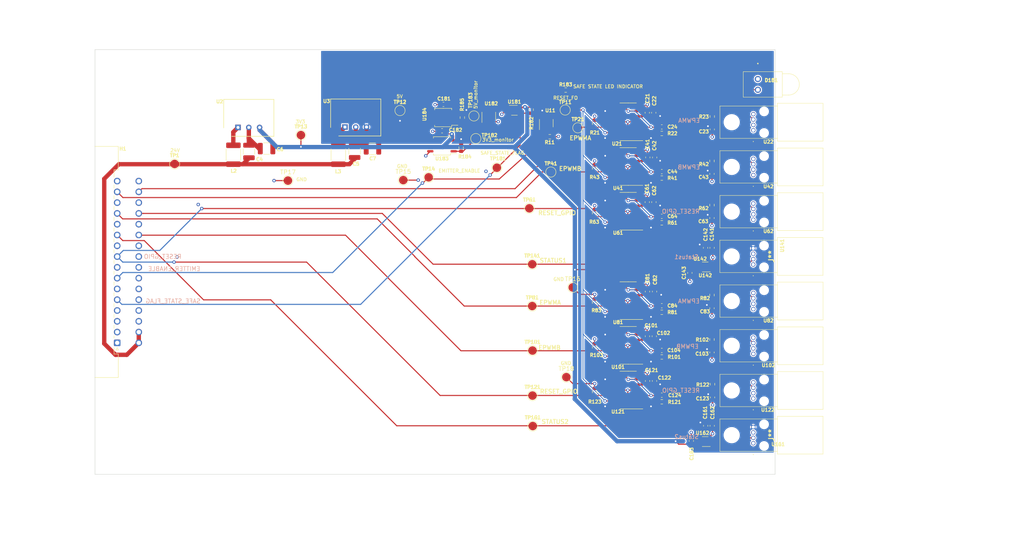
<source format=kicad_pcb>
(kicad_pcb (version 20171130) (host pcbnew "(5.1.10)-1")
  (title_block (title "MC_FO: Layout") (date 2021-11-2) (rev 1))
  (layers (0 F.Cu signal) (1 GND1.Cu signal) (2 GND2.Cu signal) (31 B.Cu signal) (35 F.Paste user) (36 B.SilkS user) (37 F.SilkS user) (38 B.Mask user) (39 F.Mask user) (44 Edge.Cuts user))
  (net 0 "")
  (net 1 GND)
  (net 2 24V)
  (net 3 /Detector1/5V)
  (net 4 "Net-(C44-Pad2)")
  (net 5 "Net-(C44-Pad1)")
  (net 6 "Net-(C64-Pad2)")
  (net 7 "Net-(C64-Pad1)")
  (net 8 "Net-(C84-Pad2)")
  (net 9 "Net-(C84-Pad1)")
  (net 10 "Net-(C104-Pad1)")
  (net 11 "Net-(C104-Pad2)")
  (net 12 "Net-(C124-Pad1)")
  (net 13 "Net-(C124-Pad2)")
  (net 14 "Net-(D181-Pad2)")
  (net 15 EPWM1A)
  (net 16 EPWM1B)
  (net 17 EPWM2A)
  (net 18 EPWM2B)
  (net 19 STATUS1)
  (net 20 STATUS2)
  (net 21 "Net-(R183-Pad2)")
  (net 22 "Net-(U41-Pad10)")
  (net 23 "Net-(U61-Pad10)")
  (net 24 "Net-(U81-Pad10)")
  (net 25 "Net-(U101-Pad10)")
  (net 26 "Net-(U121-Pad10)")
  (net 27 "Net-(L2-Pad2)")
  (net 28 "Net-(L3-Pad2)")
  (net 29 "Net-(C24-Pad2)")
  (net 30 "Net-(C24-Pad1)")
  (net 31 ~SAFE_STATE_FLAG~)
  (net 32 EMITTER_ENABLE)
  (net 33 "Net-(R184-Pad2)")
  (net 34 "Net-(R185-Pad2)")
  (net 35 "Net-(U21-Pad10)")
  (net 36 "Net-(U141-Pad2)")
  (net 37 "Net-(U161-Pad2)")
  (net 38 "Net-(U181-Pad1)")
  (net 39 "Net-(U183-Pad3)")
  (net 40 "Net-(U184-Pad3)")
  (net 41 /Detector1/3V3)
  (net 42 RESET_Gate_Drivers_GPIO)
  (net 43 /Emitter1/OUTPUT_ENABLE)
  (module Footprints_MC-FO:IFD97 (layer F.Cu) (at 243.7765 140.9573 90)
    (fp_text reference U161 (at -2.794 3.302 180) (layer F.SilkS) (effects (font (size 0.8 0.8) (thickness 0.2))))
    (fp_text value IFD97 hide)
    (fp_text user J** (at -0.635 1.737 90) (layer F.SilkS) (effects (font (size 1.27 1.27) (thickness 0.254))))
    (pad 4 thru_hole circle (at 1.27 -2.54 90) (size 1 1) (drill 0.7) (layers *.Cu *.Mask) (net 3 /Detector1/5V))
    (pad "" np_thru_hole circle (at 1.905 0 90) (size 1.775 1.775) (drill 1.775) (layers *.Cu *.Mask))
    (pad 1 thru_hole circle (at -2.54 -2.54 90) (size 1 1) (drill 0.7) (layers *.Cu *.Mask) (net 1 GND))
    (pad 2 thru_hole circle (at -1.27 -2.54 90) (size 1 1) (drill 0.7) (layers *.Cu *.Mask) (net 37 "Net-(U161-Pad2)"))
    (pad "" np_thru_hole circle (at -3.175 0 90) (size 1.775 1.775) (drill 1.775) (layers *.Cu *.Mask))
    (pad 3 thru_hole circle (at 0 -2.54 90) (size 1 1) (drill 0.7) (layers *.Cu *.Mask) (net 1 GND))
    (pad "" np_thru_hole circle (at -0.635 -7.62 90) (size 3.31 3.31) (drill 3.31) (layers *.Cu *.Mask))
  )
  (module Footprints_MC-FO:IFD97 (layer F.Cu) (at 243.7638 98.8695 90)
    (fp_text reference U141 (at 1.905 4.277 90) (layer F.SilkS) (effects (font (size 0.8 0.8) (thickness 0.2))))
    (fp_text value IFD97 hide)
    (fp_text user J** (at -0.635 1.737 90) (layer F.SilkS) (effects (font (size 1.27 1.27) (thickness 0.254))))
    (pad 4 thru_hole circle (at 1.27 -2.54 90) (size 1 1) (drill 0.7) (layers *.Cu *.Mask) (net 3 /Detector1/5V))
    (pad "" np_thru_hole circle (at 1.905 0 90) (size 1.775 1.775) (drill 1.775) (layers *.Cu *.Mask))
    (pad 1 thru_hole circle (at -2.54 -2.54 90) (size 1 1) (drill 0.7) (layers *.Cu *.Mask) (net 1 GND))
    (pad 2 thru_hole circle (at -1.27 -2.54 90) (size 1 1) (drill 0.7) (layers *.Cu *.Mask) (net 36 "Net-(U141-Pad2)"))
    (pad "" np_thru_hole circle (at -3.175 0 90) (size 1.775 1.775) (drill 1.775) (layers *.Cu *.Mask))
    (pad 3 thru_hole circle (at 0 -2.54 90) (size 1 1) (drill 0.7) (layers *.Cu *.Mask) (net 1 GND))
    (pad "" np_thru_hole circle (at -0.635 -7.62 90) (size 3.31 3.31) (drill 3.31) (layers *.Cu *.Mask))
  )
  (module Footprints_MC-FO:IFE98 (layer F.Cu) (at 241.24 69.8 90)
    (fp_text reference U22 (at -2.7 3.56 180) (layer F.SilkS) (effects (font (size 0.8 0.8) (thickness 0.2))))
    (fp_text value IFE98 hide)
    (pad "" np_thru_hole circle (at 4.445 2.54 90) (size 1.775 1.775) (drill 1.775) (layers *.Cu *.Mask))
    (pad "" np_thru_hole circle (at -0.635 2.54 90) (size 1.775 1.775) (drill 1.775) (layers *.Cu *.Mask))
    (pad "" np_thru_hole circle (at 1.905 -5.08 90) (size 3.31 3.31) (drill 3.31) (layers *.Cu *.Mask))
    (pad 4 thru_hole circle (at 3.81 0 90) (size 1 1) (drill 0.7) (layers *.Cu *.Mask) (net 1 GND))
    (pad 3 thru_hole circle (at 2.54 0 90) (size 1 1) (drill 0.7) (layers *.Cu *.Mask) (net 29 "Net-(C24-Pad2)"))
    (pad 2 thru_hole circle (at 1.27 0 90) (size 1 1) (drill 0.7) (layers *.Cu *.Mask) (net 1 GND))
    (pad 1 thru_hole circle (at 0 0 90) (size 1 1) (drill 0.7) (layers *.Cu *.Mask) (net 1 GND))
  )
  (module Footprints_MC-FO:IFE98 (layer F.Cu) (at 241.24 122.442855 90)
    (fp_text reference U102 (at -2.7 3.56 180) (layer F.SilkS) (effects (font (size 0.8 0.8) (thickness 0.2))))
    (fp_text value IFE98 hide)
    (pad "" np_thru_hole circle (at 4.445 2.54 90) (size 1.775 1.775) (drill 1.775) (layers *.Cu *.Mask))
    (pad "" np_thru_hole circle (at -0.635 2.54 90) (size 1.775 1.775) (drill 1.775) (layers *.Cu *.Mask))
    (pad "" np_thru_hole circle (at 1.905 -5.08 90) (size 3.31 3.31) (drill 3.31) (layers *.Cu *.Mask))
    (pad 4 thru_hole circle (at 3.81 0 90) (size 1 1) (drill 0.7) (layers *.Cu *.Mask) (net 1 GND))
    (pad 3 thru_hole circle (at 2.54 0 90) (size 1 1) (drill 0.7) (layers *.Cu *.Mask) (net 11 "Net-(C104-Pad2)"))
    (pad 2 thru_hole circle (at 1.27 0 90) (size 1 1) (drill 0.7) (layers *.Cu *.Mask) (net 1 GND))
    (pad 1 thru_hole circle (at 0 0 90) (size 1 1) (drill 0.7) (layers *.Cu *.Mask) (net 1 GND))
  )
  (module Footprints_MC-FO:IFE98 (layer F.Cu) (at 241.24 90.857142 90)
    (fp_text reference U62 (at -2.7 3.56 180) (layer F.SilkS) (effects (font (size 0.8 0.8) (thickness 0.2))))
    (fp_text value IFE98 hide)
    (pad "" np_thru_hole circle (at 4.445 2.54 90) (size 1.775 1.775) (drill 1.775) (layers *.Cu *.Mask))
    (pad "" np_thru_hole circle (at -0.635 2.54 90) (size 1.775 1.775) (drill 1.775) (layers *.Cu *.Mask))
    (pad "" np_thru_hole circle (at 1.905 -5.08 90) (size 3.31 3.31) (drill 3.31) (layers *.Cu *.Mask))
    (pad 4 thru_hole circle (at 3.81 0 90) (size 1 1) (drill 0.7) (layers *.Cu *.Mask) (net 1 GND))
    (pad 3 thru_hole circle (at 2.54 0 90) (size 1 1) (drill 0.7) (layers *.Cu *.Mask) (net 6 "Net-(C64-Pad2)"))
    (pad 2 thru_hole circle (at 1.27 0 90) (size 1 1) (drill 0.7) (layers *.Cu *.Mask) (net 1 GND))
    (pad 1 thru_hole circle (at 0 0 90) (size 1 1) (drill 0.7) (layers *.Cu *.Mask) (net 1 GND))
  )
  (module Footprints_MC-FO:IFE98 (layer F.Cu) (at 241.24 80.328571 90)
    (fp_text reference U42 (at -2.7 3.56 180) (layer F.SilkS) (effects (font (size 0.8 0.8) (thickness 0.2))))
    (fp_text value IFE98 hide)
    (pad "" np_thru_hole circle (at 4.445 2.54 90) (size 1.775 1.775) (drill 1.775) (layers *.Cu *.Mask))
    (pad "" np_thru_hole circle (at -0.635 2.54 90) (size 1.775 1.775) (drill 1.775) (layers *.Cu *.Mask))
    (pad "" np_thru_hole circle (at 1.905 -5.08 90) (size 3.31 3.31) (drill 3.31) (layers *.Cu *.Mask))
    (pad 4 thru_hole circle (at 3.81 0 90) (size 1 1) (drill 0.7) (layers *.Cu *.Mask) (net 1 GND))
    (pad 3 thru_hole circle (at 2.54 0 90) (size 1 1) (drill 0.7) (layers *.Cu *.Mask) (net 4 "Net-(C44-Pad2)"))
    (pad 2 thru_hole circle (at 1.27 0 90) (size 1 1) (drill 0.7) (layers *.Cu *.Mask) (net 1 GND))
    (pad 1 thru_hole circle (at 0 0 90) (size 1 1) (drill 0.7) (layers *.Cu *.Mask) (net 1 GND))
  )
  (module Footprints_MC-FO:IFE98 (layer F.Cu) (at 241.24 111.914284 90)
    (fp_text reference U82 (at -2.7 3.56) (layer F.SilkS) (effects (font (size 0.8 0.8) (thickness 0.2))))
    (fp_text value IFE98 hide)
    (pad "" np_thru_hole circle (at 4.445 2.54 90) (size 1.775 1.775) (drill 1.775) (layers *.Cu *.Mask))
    (pad "" np_thru_hole circle (at -0.635 2.54 90) (size 1.775 1.775) (drill 1.775) (layers *.Cu *.Mask))
    (pad "" np_thru_hole circle (at 1.905 -5.08 90) (size 3.31 3.31) (drill 3.31) (layers *.Cu *.Mask))
    (pad 4 thru_hole circle (at 3.81 0 90) (size 1 1) (drill 0.7) (layers *.Cu *.Mask) (net 1 GND))
    (pad 3 thru_hole circle (at 2.54 0 90) (size 1 1) (drill 0.7) (layers *.Cu *.Mask) (net 8 "Net-(C84-Pad2)"))
    (pad 2 thru_hole circle (at 1.27 0 90) (size 1 1) (drill 0.7) (layers *.Cu *.Mask) (net 1 GND))
    (pad 1 thru_hole circle (at 0 0 90) (size 1 1) (drill 0.7) (layers *.Cu *.Mask) (net 1 GND))
  )
  (module Footprints_MC-FO:IFE98 (layer F.Cu) (at 241.24 132.971426 90)
    (fp_text reference U122 (at -2.664574 3.4255 180) (layer F.SilkS) (effects (font (size 0.8 0.8) (thickness 0.2))))
    (fp_text value IFE98 hide)
    (pad "" np_thru_hole circle (at 4.445 2.54 90) (size 1.775 1.775) (drill 1.775) (layers *.Cu *.Mask))
    (pad "" np_thru_hole circle (at -0.635 2.54 90) (size 1.775 1.775) (drill 1.775) (layers *.Cu *.Mask))
    (pad "" np_thru_hole circle (at 1.905 -5.08 90) (size 3.31 3.31) (drill 3.31) (layers *.Cu *.Mask))
    (pad 4 thru_hole circle (at 3.81 0 90) (size 1 1) (drill 0.7) (layers *.Cu *.Mask) (net 1 GND))
    (pad 3 thru_hole circle (at 2.54 0 90) (size 1 1) (drill 0.7) (layers *.Cu *.Mask) (net 13 "Net-(C124-Pad2)"))
    (pad 2 thru_hole circle (at 1.27 0 90) (size 1 1) (drill 0.7) (layers *.Cu *.Mask) (net 1 GND))
    (pad 1 thru_hole circle (at 0 0 90) (size 1 1) (drill 0.7) (layers *.Cu *.Mask) (net 1 GND))
  )
  (module TestPoint:TestPoint_Pad_D2.0mm (layer F.Cu) (at 197.2564 127.9271)
    (fp_text reference TP18 (at 0 -1.998) (layer F.SilkS))
    (fp_text value TestPoint)
    (pad 1 smd circle (at 0 0) (size 2 2) (layers F.Cu F.Mask) (net 1 GND))
  )
  (module TestPoint:TestPoint_Pad_D2.0mm (layer F.Cu) (at 131.7498 81.6483)
    (fp_text reference TP17 (at 0 -1.998) (layer F.SilkS))
    (fp_text value TestPoint)
    (pad 1 smd circle (at 0 0) (size 2 2) (layers F.Cu F.Mask) (net 1 GND))
  )
  (module TestPoint:TestPoint_Pad_D2.0mm (layer F.Cu) (at 198.755 106.807)
    (fp_text reference TP16 (at 0 -1.998) (layer F.SilkS))
    (fp_text value TestPoint)
    (pad 1 smd circle (at 0 0) (size 2 2) (layers F.Cu F.Mask) (net 1 GND))
  )
  (module TestPoint:TestPoint_Pad_D2.0mm (layer F.Cu) (at 158.8897 81.534)
    (fp_text reference TP15 (at 0 -1.998) (layer F.SilkS))
    (fp_text value TestPoint)
    (pad 1 smd circle (at 0 0) (size 2 2) (layers F.Cu F.Mask) (net 1 GND))
  )
  (module Inductor_SMD:L_1812_4532Metric_Pad1.30x3.40mm_HandSolder (layer F.Cu) (at 143.6116 75.565 90)
    (fp_text reference L3 (at -3.937 -0.0635 180) (layer F.SilkS) (effects (font (size 0.8 0.8) (thickness 0.2))))
    (fp_text value 3.9uH hide)
    (pad 2 smd roundrect (at 2.225 0 90) (size 1.3 3.4) (layers F.Cu F.Paste F.Mask) (roundrect_rratio 0.1923076923076923) (net 28 "Net-(L3-Pad2)"))
    (pad 1 smd roundrect (at -2.225 0 90) (size 1.3 3.4) (layers F.Cu F.Paste F.Mask) (roundrect_rratio 0.1923076923076923) (net 2 24V))
  )
  (module Inductor_SMD:L_1812_4532Metric_Pad1.30x3.40mm_HandSolder (layer F.Cu) (at 118.9228 75.5548 90)
    (fp_text reference L2 (at -3.81 0.0635 180) (layer F.SilkS) (effects (font (size 0.8 0.8) (thickness 0.2))))
    (fp_text value 3.9uH hide)
    (pad 2 smd roundrect (at 2.225 0 90) (size 1.3 3.4) (layers F.Cu F.Paste F.Mask) (roundrect_rratio 0.1923076923076923) (net 27 "Net-(L2-Pad2)"))
    (pad 1 smd roundrect (at -2.225 0 90) (size 1.3 3.4) (layers F.Cu F.Paste F.Mask) (roundrect_rratio 0.1923076923076923) (net 2 24V))
  )
  (module Capacitor_SMD:C_1210_3225Metric (layer F.Cu) (at 151.638 74.168 180)
    (fp_text reference C7 (at -0.0635 -2.286) (layer F.SilkS) (effects (font (size 0.8 0.8) (thickness 0.2))))
    (fp_text value unpopulated hide)
    (pad 2 smd roundrect (at 1.475 0 180) (size 1.15 2.7) (layers F.Cu F.Paste F.Mask) (roundrect_rratio 0.2173904347826087) (net 1 GND))
    (pad 1 smd roundrect (at -1.475 0 180) (size 1.15 2.7) (layers F.Cu F.Paste F.Mask) (roundrect_rratio 0.2173904347826087) (net 3 /Detector1/5V))
  )
  (module Capacitor_SMD:C_1210_3225Metric (layer F.Cu) (at 126.7224 74.1045 180)
    (fp_text reference C6 (at -3.175 -0.1905) (layer F.SilkS) (effects (font (size 0.8 0.8) (thickness 0.2))))
    (fp_text value unpopulated hide)
    (pad 2 smd roundrect (at 1.475 0 180) (size 1.15 2.7) (layers F.Cu F.Paste F.Mask) (roundrect_rratio 0.2173904347826087) (net 1 GND))
    (pad 1 smd roundrect (at -1.475 0 180) (size 1.15 2.7) (layers F.Cu F.Paste F.Mask) (roundrect_rratio 0.2173904347826087) (net 41 /Detector1/3V3))
  )
  (module Capacitor_SMD:C_1210_3225Metric (layer F.Cu) (at 122.5804 74.7903 90)
    (fp_text reference C4 (at -1.8415 2.4765 180) (layer F.SilkS) (effects (font (size 0.8 0.8) (thickness 0.2))))
    (fp_text value "4.7 uF" hide)
    (pad 2 smd roundrect (at 1.475 0 90) (size 1.15 2.7) (layers F.Cu F.Paste F.Mask) (roundrect_rratio 0.2173904347826087) (net 1 GND))
    (pad 1 smd roundrect (at -1.475 0 90) (size 1.15 2.7) (layers F.Cu F.Paste F.Mask) (roundrect_rratio 0.2173904347826087) (net 2 24V))
  )
  (module Capacitor_SMD:C_1210_3225Metric (layer F.Cu) (at 147.447 74.7268 90)
    (fp_text reference C5 (at -2.9845 0.3175 180) (layer F.SilkS) (effects (font (size 0.8 0.8) (thickness 0.2))))
    (fp_text value "4.7 uF" hide)
    (pad 2 smd roundrect (at 1.475 0 90) (size 1.15 2.7) (layers F.Cu F.Paste F.Mask) (roundrect_rratio 0.2173904347826087) (net 1 GND))
    (pad 1 smd roundrect (at -1.475 0 90) (size 1.15 2.7) (layers F.Cu F.Paste F.Mask) (roundrect_rratio 0.2173904347826087) (net 2 24V))
  )
  (module Capacitor_SMD:C_0603_1608Metric (layer F.Cu) (at 216.2937 65.659 90)
    (fp_text reference C21 (at 3.3655 0.0635 270) (layer F.SilkS) (effects (font (size 0.8 0.8) (thickness 0.2))))
    (fp_text value "0.1 uF" hide)
    (pad 1 smd roundrect (at -0.775 0 90) (size 0.9 0.95) (layers F.Cu F.Paste F.Mask) (net 3 /Detector1/5V))
    (pad 2 smd roundrect (at 0.775 0 90) (size 0.9 0.95) (layers F.Cu F.Paste F.Mask) (net 1 GND))
  )
  (module Capacitor_SMD:C_0603_1608Metric (layer F.Cu) (at 217.8177 65.659 90)
    (fp_text reference C22 (at 2.794 0.127 270) (layer F.SilkS) (effects (font (size 0.8 0.8) (thickness 0.2))))
    (fp_text value "10 uF" hide)
    (pad 1 smd roundrect (at -0.775 0 90) (size 0.9 0.95) (layers F.Cu F.Paste F.Mask) (net 3 /Detector1/5V))
    (pad 2 smd roundrect (at 0.775 0 90) (size 0.9 0.95) (layers F.Cu F.Paste F.Mask) (net 1 GND))
  )
  (module Capacitor_SMD:C_0603_1608Metric (layer F.Cu) (at 231.5845 69.596 270)
    (fp_text reference C23 (at 0.508 1.9685 180) (layer F.SilkS) (effects (font (size 0.8 0.8) (thickness 0.2))))
    (fp_text value "0.1 uF" hide)
    (pad 2 smd roundrect (at 0.775 0 270) (size 0.9 0.95) (layers F.Cu F.Paste F.Mask) (net 1 GND))
    (pad 1 smd roundrect (at -0.775 0 270) (size 0.9 0.95) (layers F.Cu F.Paste F.Mask) (net 3 /Detector1/5V))
  )
  (module Capacitor_SMD:C_0603_1608Metric (layer F.Cu) (at 219.71 69)
    (fp_text reference C24 (at 2.5 0) (layer F.SilkS) (effects (font (size 0.8 0.8) (thickness 0.2))))
    (fp_text value "100 pF" hide)
    (pad 2 smd roundrect (at 0.775 0) (size 0.9 0.95) (layers F.Cu F.Paste F.Mask) (net 29 "Net-(C24-Pad2)"))
    (pad 1 smd roundrect (at -0.775 0) (size 0.9 0.95) (layers F.Cu F.Paste F.Mask) (net 30 "Net-(C24-Pad1)"))
  )
  (module Capacitor_SMD:C_0603_1608Metric (layer F.Cu) (at 216.4207 76.1873 90)
    (fp_text reference C41 (at 3.162571 -0.0635 270) (layer F.SilkS) (effects (font (size 0.8 0.8) (thickness 0.2))))
    (fp_text value "0.1 uF" hide)
    (pad 1 smd roundrect (at -0.775 0 90) (size 0.9 0.95) (layers F.Cu F.Paste F.Mask) (net 3 /Detector1/5V))
    (pad 2 smd roundrect (at 0.775 0 90) (size 0.9 0.95) (layers F.Cu F.Paste F.Mask) (net 1 GND))
  )
  (module Capacitor_SMD:C_0603_1608Metric (layer F.Cu) (at 218.0336 76.2 90)
    (fp_text reference C42 (at 2.781571 -0.0635 270) (layer F.SilkS) (effects (font (size 0.8 0.8) (thickness 0.2))))
    (fp_text value "10 uF" hide)
    (pad 1 smd roundrect (at -0.775 0 90) (size 0.9 0.95) (layers F.Cu F.Paste F.Mask) (net 3 /Detector1/5V))
    (pad 2 smd roundrect (at 0.775 0 90) (size 0.9 0.95) (layers F.Cu F.Paste F.Mask) (net 1 GND))
  )
  (module Capacitor_SMD:C_0603_1608Metric (layer F.Cu) (at 231.521 80.061071 270)
    (fp_text reference C43 (at 0.774429 1.9685 180) (layer F.SilkS) (effects (font (size 0.8 0.8) (thickness 0.2))))
    (fp_text value "0.1 uF" hide)
    (pad 1 smd roundrect (at -0.775 0 270) (size 0.9 0.95) (layers F.Cu F.Paste F.Mask) (net 3 /Detector1/5V))
    (pad 2 smd roundrect (at 0.775 0 270) (size 0.9 0.95) (layers F.Cu F.Paste F.Mask) (net 1 GND))
  )
  (module Capacitor_SMD:C_0603_1608Metric (layer F.Cu) (at 219.71 79.528571)
    (fp_text reference C44 (at 2.5 0) (layer F.SilkS) (effects (font (size 0.8 0.8) (thickness 0.2))))
    (fp_text value "100 pF" hide)
    (pad 2 smd roundrect (at 0.775 0) (size 0.9 0.95) (layers F.Cu F.Paste F.Mask) (net 4 "Net-(C44-Pad2)"))
    (pad 1 smd roundrect (at -0.775 0) (size 0.9 0.95) (layers F.Cu F.Paste F.Mask) (net 5 "Net-(C44-Pad1)"))
  )
  (module Capacitor_SMD:C_0603_1608Metric (layer F.Cu) (at 216.2937 86.7156 90)
    (fp_text reference C61 (at 3.213642 -0.0635 270) (layer F.SilkS) (effects (font (size 0.8 0.8) (thickness 0.2))))
    (fp_text value "0.1 uF" hide)
    (pad 1 smd roundrect (at -0.775 0 90) (size 0.9 0.95) (layers F.Cu F.Paste F.Mask) (net 3 /Detector1/5V))
    (pad 2 smd roundrect (at 0.775 0 90) (size 0.9 0.95) (layers F.Cu F.Paste F.Mask) (net 1 GND))
  )
  (module Capacitor_SMD:C_0603_1608Metric (layer F.Cu) (at 217.8558 86.7156 90)
    (fp_text reference C62 (at 2.705642 0.0635 270) (layer F.SilkS) (effects (font (size 0.8 0.8) (thickness 0.2))))
    (fp_text value "10 uF" hide)
    (pad 1 smd roundrect (at -0.775 0 90) (size 0.9 0.95) (layers F.Cu F.Paste F.Mask) (net 3 /Detector1/5V))
    (pad 2 smd roundrect (at 0.775 0 90) (size 0.9 0.95) (layers F.Cu F.Paste F.Mask) (net 1 GND))
  )
  (module Capacitor_SMD:C_0603_1608Metric (layer F.Cu) (at 231.521 90.462642 270)
    (fp_text reference C63 (at 0.786858 2.032 180) (layer F.SilkS) (effects (font (size 0.8 0.8) (thickness 0.2))))
    (fp_text value "0.1 uF" hide)
    (pad 2 smd roundrect (at 0.775 0 270) (size 0.9 0.95) (layers F.Cu F.Paste F.Mask) (net 1 GND))
    (pad 1 smd roundrect (at -0.775 0 270) (size 0.9 0.95) (layers F.Cu F.Paste F.Mask) (net 3 /Detector1/5V))
  )
  (module Capacitor_SMD:C_0603_1608Metric (layer F.Cu) (at 219.71 90.057142)
    (fp_text reference C64 (at 2.5 0) (layer F.SilkS) (effects (font (size 0.8 0.8) (thickness 0.2))))
    (fp_text value "100 pF" hide)
    (pad 1 smd roundrect (at -0.775 0) (size 0.9 0.95) (layers F.Cu F.Paste F.Mask) (net 7 "Net-(C64-Pad1)"))
    (pad 2 smd roundrect (at 0.775 0) (size 0.9 0.95) (layers F.Cu F.Paste F.Mask) (net 6 "Net-(C64-Pad2)"))
  )
  (module Capacitor_SMD:C_0603_1608Metric (layer F.Cu) (at 216.3445 107.7725 90)
    (fp_text reference C81 (at 3.125284 0 270) (layer F.SilkS) (effects (font (size 0.8 0.8) (thickness 0.2))))
    (fp_text value "0.1 uF" hide)
    (pad 2 smd roundrect (at 0.775 0 90) (size 0.9 0.95) (layers F.Cu F.Paste F.Mask) (net 1 GND))
    (pad 1 smd roundrect (at -0.775 0 90) (size 0.9 0.95) (layers F.Cu F.Paste F.Mask) (net 3 /Detector1/5V))
  )
  (module Capacitor_SMD:C_0603_1608Metric (layer F.Cu) (at 218.0082 107.7722 90)
    (fp_text reference C82 (at 2.744284 0.127 270) (layer F.SilkS) (effects (font (size 0.8 0.8) (thickness 0.2))))
    (fp_text value "10 uF" hide)
    (pad 2 smd roundrect (at 0.775 0 90) (size 0.9 0.95) (layers F.Cu F.Paste F.Mask) (net 1 GND))
    (pad 1 smd roundrect (at -0.775 0 90) (size 0.9 0.95) (layers F.Cu F.Paste F.Mask) (net 3 /Detector1/5V))
  )
  (module Capacitor_SMD:C_0603_1608Metric (layer F.Cu) (at 231.521 111.710284 270)
    (fp_text reference C83 (at 0.762 1.651 180) (layer F.SilkS) (effects (font (size 0.8 0.8) (thickness 0.2))))
    (fp_text value "0.1 uF" hide)
    (pad 1 smd roundrect (at -0.775 0 270) (size 0.9 0.95) (layers F.Cu F.Paste F.Mask) (net 3 /Detector1/5V))
    (pad 2 smd roundrect (at 0.775 0 270) (size 0.9 0.95) (layers F.Cu F.Paste F.Mask) (net 1 GND))
  )
  (module Capacitor_SMD:C_0603_1608Metric (layer F.Cu) (at 219.71 111.114284)
    (fp_text reference C84 (at 2.5 0) (layer F.SilkS) (effects (font (size 0.8 0.8) (thickness 0.2))))
    (fp_text value "100 pF" hide)
    (pad 1 smd roundrect (at -0.775 0) (size 0.9 0.95) (layers F.Cu F.Paste F.Mask) (net 9 "Net-(C84-Pad1)"))
    (pad 2 smd roundrect (at 0.775 0) (size 0.9 0.95) (layers F.Cu F.Paste F.Mask) (net 8 "Net-(C84-Pad2)"))
  )
  (module Capacitor_SMD:C_0603_1608Metric (layer F.Cu) (at 216.3318 118.301855 90)
    (fp_text reference C101 (at 2.541355 0.889) (layer F.SilkS) (effects (font (size 0.8 0.8) (thickness 0.2))))
    (fp_text value "0.1 uF" hide)
    (pad 2 smd roundrect (at 0.775 0 90) (size 0.9 0.95) (layers F.Cu F.Paste F.Mask) (net 1 GND))
    (pad 1 smd roundrect (at -0.775 0 90) (size 0.9 0.95) (layers F.Cu F.Paste F.Mask) (net 3 /Detector1/5V))
  )
  (module Capacitor_SMD:C_0603_1608Metric (layer F.Cu) (at 217.9447 118.301855 90)
    (fp_text reference C102 (at 0.763355 2.159 180) (layer F.SilkS) (effects (font (size 0.8 0.8) (thickness 0.2))))
    (fp_text value "10 uF" hide)
    (pad 1 smd roundrect (at -0.775 0 90) (size 0.9 0.95) (layers F.Cu F.Paste F.Mask) (net 3 /Detector1/5V))
    (pad 2 smd roundrect (at 0.775 0 90) (size 0.9 0.95) (layers F.Cu F.Paste F.Mask) (net 1 GND))
  )
  (module Capacitor_SMD:C_0603_1608Metric (layer F.Cu) (at 231.521 122.111855 270)
    (fp_text reference C103 (at 0.316145 2.3495 180) (layer F.SilkS) (effects (font (size 0.8 0.8) (thickness 0.2))))
    (fp_text value "0.1 uF" hide)
    (pad 1 smd roundrect (at -0.775 0 270) (size 0.9 0.95) (layers F.Cu F.Paste F.Mask) (net 3 /Detector1/5V))
    (pad 2 smd roundrect (at 0.775 0 270) (size 0.9 0.95) (layers F.Cu F.Paste F.Mask) (net 1 GND))
  )
  (module Capacitor_SMD:C_0603_1608Metric (layer F.Cu) (at 219.71 121.642855)
    (fp_text reference C104 (at 2.8575 -0.040355) (layer F.SilkS) (effects (font (size 0.8 0.8) (thickness 0.2))))
    (fp_text value "100 pF" hide)
    (pad 1 smd roundrect (at -0.775 0) (size 0.9 0.95) (layers F.Cu F.Paste F.Mask) (net 10 "Net-(C104-Pad1)"))
    (pad 2 smd roundrect (at 0.775 0) (size 0.9 0.95) (layers F.Cu F.Paste F.Mask) (net 11 "Net-(C104-Pad2)"))
  )
  (module Capacitor_SMD:C_0603_1608Metric (layer F.Cu) (at 216.3699 128.8285 90)
    (fp_text reference C121 (at 2.528926 0.9525 180) (layer F.SilkS) (effects (font (size 0.8 0.8) (thickness 0.2))))
    (fp_text value "0.1 uF" hide)
    (pad 1 smd roundrect (at -0.775 0 90) (size 0.9 0.95) (layers F.Cu F.Paste F.Mask) (net 3 /Detector1/5V))
    (pad 2 smd roundrect (at 0.775 0 90) (size 0.9 0.95) (layers F.Cu F.Paste F.Mask) (net 1 GND))
  )
  (module Capacitor_SMD:C_0603_1608Metric (layer F.Cu) (at 217.9955 128.8285 90)
    (fp_text reference C122 (at 0.750926 2.3495 180) (layer F.SilkS) (effects (font (size 0.8 0.8) (thickness 0.2))))
    (fp_text value "10 uF" hide)
    (pad 1 smd roundrect (at -0.775 0 90) (size 0.9 0.95) (layers F.Cu F.Paste F.Mask) (net 3 /Detector1/5V))
    (pad 2 smd roundrect (at 0.775 0 90) (size 0.9 0.95) (layers F.Cu F.Paste F.Mask) (net 1 GND))
  )
  (module Capacitor_SMD:C_0603_1608Metric (layer F.Cu) (at 231.648 132.703926 270)
    (fp_text reference C123 (at 0.265074 2.3495 180) (layer F.SilkS) (effects (font (size 0.8 0.8) (thickness 0.2))))
    (fp_text value "0.1 uF" hide)
    (pad 2 smd roundrect (at 0.775 0 270) (size 0.9 0.95) (layers F.Cu F.Paste F.Mask) (net 1 GND))
    (pad 1 smd roundrect (at -0.775 0 270) (size 0.9 0.95) (layers F.Cu F.Paste F.Mask) (net 3 /Detector1/5V))
  )
  (module Capacitor_SMD:C_0603_1608Metric (layer F.Cu) (at 219.71 132.171426)
    (fp_text reference C124 (at 3.048 0.035574) (layer F.SilkS) (effects (font (size 0.8 0.8) (thickness 0.2))))
    (fp_text value "100 pF" hide)
    (pad 2 smd roundrect (at 0.775 0) (size 0.9 0.95) (layers F.Cu F.Paste F.Mask) (net 13 "Net-(C124-Pad2)"))
    (pad 1 smd roundrect (at -0.775 0) (size 0.9 0.95) (layers F.Cu F.Paste F.Mask) (net 12 "Net-(C124-Pad1)"))
  )
  (module Capacitor_SMD:C_0603_1608Metric (layer F.Cu) (at 168.021 69.9135 180)
    (fp_text reference C182 (at -3.175 0.1905) (layer F.SilkS) (effects (font (size 0.8 0.8) (thickness 0.2))))
    (fp_text value "1 uF or unpop" hide)
    (pad 1 smd roundrect (at -0.775 0 180) (size 0.9 0.95) (layers F.Cu F.Paste F.Mask) (net 41 /Detector1/3V3))
    (pad 2 smd roundrect (at 0.775 0 180) (size 0.9 0.95) (layers F.Cu F.Paste F.Mask) (net 1 GND))
  )
  (module Capacitor_SMD:C_0603_1608Metric (layer F.Cu) (at 168.3385 63.6905 180)
    (fp_text reference C181 (at -0.127 1.3335) (layer F.SilkS) (effects (font (size 0.8 0.8) (thickness 0.2))))
    (fp_text value "1 uF" hide)
    (pad 2 smd roundrect (at 0.775 0 180) (size 0.9 0.95) (layers F.Cu F.Paste F.Mask) (net 1 GND))
    (pad 1 smd roundrect (at -0.775 0 180) (size 0.9 0.95) (layers F.Cu F.Paste F.Mask) (net 3 /Detector1/5V))
  )
  (module Footprints_MC-FO:86094327313755E1LF (layer F.Cu) (at 86.5 100.805 90)
    (fp_text reference H1 (at 26.655 6.4 180) (layer F.SilkS) (effects (font (size 0.8 0.8) (thickness 0.2))))
    (fp_text value 86094327313755E1LF hide)
    (pad "" np_thru_hole circle (at -24.13 2.54 90) (size 2.85 2.85) (drill 2.85) (layers *.Cu *.Mask))
    (pad "" np_thru_hole circle (at 24.13 2.54 90) (size 2.85 2.85) (drill 2.85) (layers *.Cu *.Mask))
    (pad 1 thru_hole roundrect (at -19.05 5.08 90) (size 1.55 1.55) (drill 1) (layers *.Cu *.Mask) (roundrect_rratio 0.1612890322580645) (net 1 GND))
    (pad 2 thru_hole circle (at -16.51 5.08 90) (size 1.55 1.55) (drill 1) (layers *.Cu *.Mask) (net 1 GND))
    (pad 3 thru_hole circle (at -13.97 5.08 90) (size 1.55 1.55) (drill 1) (layers *.Cu *.Mask) (net 1 GND))
    (pad 4 thru_hole circle (at -11.43 5.08 90) (size 1.55 1.55) (drill 1) (layers *.Cu *.Mask) (net 1 GND))
    (pad 5 thru_hole circle (at -8.89 5.08 90) (size 1.55 1.55) (drill 1) (layers *.Cu *.Mask) (net 31 ~SAFE_STATE_FLAG~))
    (pad 6 thru_hole circle (at -6.35 5.08 90) (size 1.55 1.55) (drill 1) (layers *.Cu *.Mask) (net 1 GND))
    (pad 7 thru_hole circle (at -3.81 5.08 90) (size 1.55 1.55) (drill 1) (layers *.Cu *.Mask) (net 32 EMITTER_ENABLE))
    (pad 8 thru_hole circle (at -1.27 5.08 90) (size 1.55 1.55) (drill 1) (layers *.Cu *.Mask) (net 1 GND))
    (pad 9 thru_hole circle (at 1.27 5.08 90) (size 1.55 1.55) (drill 1) (layers *.Cu *.Mask) (net 42 RESET_Gate_Drivers_GPIO))
    (pad 10 thru_hole circle (at 3.81 5.08 90) (size 1.55 1.55) (drill 1) (layers *.Cu *.Mask) (net 1 GND))
    (pad 11 thru_hole circle (at 6.35 5.08 90) (size 1.55 1.55) (drill 1) (layers *.Cu *.Mask) (net 20 STATUS2))
    (pad 12 thru_hole circle (at 8.89 5.08 90) (size 1.55 1.55) (drill 1) (layers *.Cu *.Mask) (net 1 GND))
    (pad 13 thru_hole circle (at 11.43 5.08 90) (size 1.55 1.55) (drill 1) (layers *.Cu *.Mask) (net 17 EPWM2A))
    (pad 14 thru_hole circle (at 13.97 5.08 90) (size 1.55 1.55) (drill 1) (layers *.Cu *.Mask) (net 1 GND))
    (pad 15 thru_hole circle (at 16.51 5.08 90) (size 1.55 1.55) (drill 1) (layers *.Cu *.Mask) (net 16 EPWM1B))
    (pad 16 thru_hole circle (at 19.05 5.08 90) (size 1.55 1.55) (drill 1) (layers *.Cu *.Mask) (net 1 GND))
    (pad 17 thru_hole circle (at -19.05 10.16 90) (size 1.55 1.55) (drill 1) (layers *.Cu *.Mask) (net 2 24V))
    (pad 18 thru_hole circle (at -16.51 10.16 90) (size 1.55 1.55) (drill 1) (layers *.Cu *.Mask) (net 2 24V))
    (pad 19 thru_hole circle (at -13.97 10.16 90) (size 1.55 1.55) (drill 1) (layers *.Cu *.Mask) (net 1 GND))
    (pad 20 thru_hole circle (at -11.43 10.16 90) (size 1.55 1.55) (drill 1) (layers *.Cu *.Mask) (net 1 GND))
    (pad 21 thru_hole circle (at -8.89 10.16 90) (size 1.55 1.55) (drill 1) (layers *.Cu *.Mask) (net 1 GND))
    (pad 22 thru_hole circle (at -6.35 10.16 90) (size 1.55 1.55) (drill 1) (layers *.Cu *.Mask) (net 1 GND))
    (pad 23 thru_hole circle (at -3.81 10.16 90) (size 1.55 1.55) (drill 1) (layers *.Cu *.Mask) (net 1 GND))
    (pad 24 thru_hole circle (at -1.27 10.16 90) (size 1.55 1.55) (drill 1) (layers *.Cu *.Mask) (net 1 GND))
    (pad 25 thru_hole circle (at 1.27 10.16 90) (size 1.55 1.55) (drill 1) (layers *.Cu *.Mask) (net 1 GND))
    (pad 26 thru_hole circle (at 3.81 10.16 90) (size 1.55 1.55) (drill 1) (layers *.Cu *.Mask) (net 1 GND))
    (pad 27 thru_hole circle (at 6.35 10.16 90) (size 1.55 1.55) (drill 1) (layers *.Cu *.Mask) (net 18 EPWM2B))
    (pad 28 thru_hole circle (at 8.89 10.16 90) (size 1.55 1.55) (drill 1) (layers *.Cu *.Mask) (net 1 GND))
    (pad 29 thru_hole circle (at 11.43 10.16 90) (size 1.55 1.55) (drill 1) (layers *.Cu *.Mask) (net 19 STATUS1))
    (pad 30 thru_hole circle (at 13.97 10.16 90) (size 1.55 1.55) (drill 1) (layers *.Cu *.Mask) (net 1 GND))
    (pad 31 thru_hole circle (at 16.51 10.16 90) (size 1.55 1.55) (drill 1) (layers *.Cu *.Mask) (net 15 EPWM1A))
    (pad 32 thru_hole circle (at 19.05 10.16 90) (size 1.55 1.55) (drill 1) (layers *.Cu *.Mask) (net 1 GND))
  )
  (module Resistor_SMD:R_0603_1608Metric (layer F.Cu) (at 188.9785 64.9485 270)
    (fp_text reference R182 (at 3.1743 -0.0483 270) (layer F.SilkS) (effects (font (size 0.8 0.8) (thickness 0.2))))
    (fp_text value 10K hide)
    (pad 1 smd roundrect (at -0.825 0 270) (size 0.8 0.95) (layers F.Cu F.Paste F.Mask) (net 41 /Detector1/3V3))
    (pad 2 smd roundrect (at 0.825 0 270) (size 0.8 0.95) (layers F.Cu F.Paste F.Mask) (net 31 ~SAFE_STATE_FLAG~))
  )
  (module Resistor_SMD:R_0603_1608Metric (layer F.Cu) (at 219.7095 70.5485)
    (fp_text reference R22 (at 2.5 0) (layer F.SilkS) (effects (font (size 0.8 0.8) (thickness 0.2))))
    (fp_text value 150R hide)
    (pad 2 smd roundrect (at 0.825 0) (size 0.8 0.95) (layers F.Cu F.Paste F.Mask) (net 29 "Net-(C24-Pad2)"))
    (pad 1 smd roundrect (at -0.825 0) (size 0.8 0.95) (layers F.Cu F.Paste F.Mask) (net 30 "Net-(C24-Pad1)"))
  )
  (module Resistor_SMD:R_0603_1608Metric (layer F.Cu) (at 231.5845 66.548 270)
    (fp_text reference R23 (at 0.0635 1.9685 180) (layer F.SilkS) (effects (font (size 0.8 0.8) (thickness 0.2))))
    (fp_text value 365R hide)
    (pad 1 smd roundrect (at -0.825 0 270) (size 0.8 0.95) (layers F.Cu F.Paste F.Mask) (net 29 "Net-(C24-Pad2)"))
    (pad 2 smd roundrect (at 0.825 0 270) (size 0.8 0.95) (layers F.Cu F.Paste F.Mask) (net 3 /Detector1/5V))
  )
  (module Resistor_SMD:R_0603_1608Metric (layer F.Cu) (at 203.9 68.25 270)
    (fp_text reference R21 (at 2.108 -0.062) (layer F.SilkS) (effects (font (size 0.8 0.8) (thickness 0.2))))
    (fp_text value 10K hide)
    (pad 1 smd roundrect (at -0.825 0 270) (size 0.8 0.95) (layers F.Cu F.Paste F.Mask) (net 1 GND))
    (pad 2 smd roundrect (at 0.825 0 270) (size 0.8 0.95) (layers F.Cu F.Paste F.Mask) (net 15 EPWM1A))
  )
  (module Resistor_SMD:R_0603_1608Metric (layer F.Cu) (at 219.71 81.0514)
    (fp_text reference R41 (at 2.5 0) (layer F.SilkS) (effects (font (size 0.8 0.8) (thickness 0.2))))
    (fp_text value 150R hide)
    (pad 1 smd roundrect (at -0.825 0) (size 0.8 0.95) (layers F.Cu F.Paste F.Mask) (net 5 "Net-(C44-Pad1)"))
    (pad 2 smd roundrect (at 0.825 0) (size 0.8 0.95) (layers F.Cu F.Paste F.Mask) (net 4 "Net-(C44-Pad2)"))
  )
  (module Resistor_SMD:R_0603_1608Metric (layer F.Cu) (at 231.521 77.013071 270)
    (fp_text reference R42 (at 0.774429 1.905 180) (layer F.SilkS) (effects (font (size 0.8 0.8) (thickness 0.2))))
    (fp_text value 365R hide)
    (pad 1 smd roundrect (at -0.825 0 270) (size 0.8 0.95) (layers F.Cu F.Paste F.Mask) (net 4 "Net-(C44-Pad2)"))
    (pad 2 smd roundrect (at 0.825 0 270) (size 0.8 0.95) (layers F.Cu F.Paste F.Mask) (net 3 /Detector1/5V))
  )
  (module Resistor_SMD:R_0603_1608Metric (layer F.Cu) (at 203.9 78.778571 270)
    (fp_text reference R43 (at 2.056929 0.0015) (layer F.SilkS) (effects (font (size 0.8 0.8) (thickness 0.2))))
    (fp_text value 10K hide)
    (pad 2 smd roundrect (at 0.825 0 270) (size 0.8 0.95) (layers F.Cu F.Paste F.Mask) (net 16 EPWM1B))
    (pad 1 smd roundrect (at -0.825 0 270) (size 0.8 0.95) (layers F.Cu F.Paste F.Mask) (net 1 GND))
  )
  (module Resistor_SMD:R_0603_1608Metric (layer F.Cu) (at 219.71 91.5924)
    (fp_text reference R61 (at 2.5 0) (layer F.SilkS) (effects (font (size 0.8 0.8) (thickness 0.2))))
    (fp_text value 150R hide)
    (pad 2 smd roundrect (at 0.825 0) (size 0.8 0.95) (layers F.Cu F.Paste F.Mask) (net 6 "Net-(C64-Pad2)"))
    (pad 1 smd roundrect (at -0.825 0) (size 0.8 0.95) (layers F.Cu F.Paste F.Mask) (net 7 "Net-(C64-Pad1)"))
  )
  (module Resistor_SMD:R_0603_1608Metric (layer F.Cu) (at 231.521 87.414642 270)
    (fp_text reference R62 (at 0.762 1.9685 180) (layer F.SilkS) (effects (font (size 0.8 0.8) (thickness 0.2))))
    (fp_text value 365R hide)
    (pad 1 smd roundrect (at -0.825 0 270) (size 0.8 0.95) (layers F.Cu F.Paste F.Mask) (net 6 "Net-(C64-Pad2)"))
    (pad 2 smd roundrect (at 0.825 0 270) (size 0.8 0.95) (layers F.Cu F.Paste F.Mask) (net 3 /Detector1/5V))
  )
  (module Resistor_SMD:R_0603_1608Metric (layer F.Cu) (at 203.9 89.307142 270)
    (fp_text reference R63 (at 2.069358 0.065) (layer F.SilkS) (effects (font (size 0.8 0.8) (thickness 0.2))))
    (fp_text value 10K hide)
    (pad 1 smd roundrect (at -0.825 0 270) (size 0.8 0.95) (layers F.Cu F.Paste F.Mask) (net 1 GND))
    (pad 2 smd roundrect (at 0.825 0 270) (size 0.8 0.95) (layers F.Cu F.Paste F.Mask) (net 42 RESET_Gate_Drivers_GPIO))
  )
  (module Resistor_SMD:R_0603_1608Metric (layer F.Cu) (at 219.71 112.6617)
    (fp_text reference R81 (at 2.5 0) (layer F.SilkS) (effects (font (size 0.8 0.8) (thickness 0.2))))
    (fp_text value 150R hide)
    (pad 1 smd roundrect (at -0.825 0) (size 0.8 0.95) (layers F.Cu F.Paste F.Mask) (net 9 "Net-(C84-Pad1)"))
    (pad 2 smd roundrect (at 0.825 0) (size 0.8 0.95) (layers F.Cu F.Paste F.Mask) (net 8 "Net-(C84-Pad2)"))
  )
  (module Resistor_SMD:R_0603_1608Metric (layer F.Cu) (at 231.521 108.598784 270)
    (fp_text reference R82 (at 0.762 1.651 180) (layer F.SilkS) (effects (font (size 0.8 0.8) (thickness 0.2))))
    (fp_text value 365R hide)
    (pad 1 smd roundrect (at -0.825 0 270) (size 0.8 0.95) (layers F.Cu F.Paste F.Mask) (net 8 "Net-(C84-Pad2)"))
    (pad 2 smd roundrect (at 0.825 0 270) (size 0.8 0.95) (layers F.Cu F.Paste F.Mask) (net 3 /Detector1/5V))
  )
  (module Resistor_SMD:R_0603_1608Metric (layer F.Cu) (at 203.9 110.364284 270)
    (fp_text reference R83 (at 1.854 -0.443) (layer F.SilkS) (effects (font (size 0.8 0.8) (thickness 0.2))))
    (fp_text value 10K hide)
    (pad 2 smd roundrect (at 0.825 0 270) (size 0.8 0.95) (layers F.Cu F.Paste F.Mask) (net 17 EPWM2A))
    (pad 1 smd roundrect (at -0.825 0 270) (size 0.8 0.95) (layers F.Cu F.Paste F.Mask) (net 1 GND))
  )
  (module Resistor_SMD:R_0603_1608Metric (layer F.Cu) (at 219.71 123.1773)
    (fp_text reference R101 (at 2.921 -0.001355) (layer F.SilkS) (effects (font (size 0.8 0.8) (thickness 0.2))))
    (fp_text value 150R hide)
    (pad 1 smd roundrect (at -0.825 0) (size 0.8 0.95) (layers F.Cu F.Paste F.Mask) (net 10 "Net-(C104-Pad1)"))
    (pad 2 smd roundrect (at 0.825 0) (size 0.8 0.95) (layers F.Cu F.Paste F.Mask) (net 11 "Net-(C104-Pad2)"))
  )
  (module Resistor_SMD:R_0603_1608Metric (layer F.Cu) (at 231.521 119.063855 270)
    (fp_text reference R102 (at 0.062145 2.286) (layer F.SilkS) (effects (font (size 0.8 0.8) (thickness 0.2))))
    (fp_text value 365R hide)
    (pad 1 smd roundrect (at -0.825 0 270) (size 0.8 0.95) (layers F.Cu F.Paste F.Mask) (net 11 "Net-(C104-Pad2)"))
    (pad 2 smd roundrect (at 0.825 0 270) (size 0.8 0.95) (layers F.Cu F.Paste F.Mask) (net 3 /Detector1/5V))
  )
  (module Resistor_SMD:R_0603_1608Metric (layer F.Cu) (at 203.9 120.892855 270)
    (fp_text reference R103 (at 1.854 -0.443) (layer F.SilkS) (effects (font (size 0.8 0.8) (thickness 0.2))))
    (fp_text value 10K hide)
    (pad 1 smd roundrect (at -0.825 0 270) (size 0.8 0.95) (layers F.Cu F.Paste F.Mask) (net 1 GND))
    (pad 2 smd roundrect (at 0.825 0 270) (size 0.8 0.95) (layers F.Cu F.Paste F.Mask) (net 18 EPWM2B))
  )
  (module Resistor_SMD:R_0603_1608Metric (layer F.Cu) (at 219.71 133.731)
    (fp_text reference R121 (at 2.9845 0.0635) (layer F.SilkS) (effects (font (size 0.8 0.8) (thickness 0.2))))
    (fp_text value 150R hide)
    (pad 2 smd roundrect (at 0.825 0) (size 0.8 0.95) (layers F.Cu F.Paste F.Mask) (net 13 "Net-(C124-Pad2)"))
    (pad 1 smd roundrect (at -0.825 0) (size 0.8 0.95) (layers F.Cu F.Paste F.Mask) (net 12 "Net-(C124-Pad1)"))
  )
  (module Resistor_SMD:R_0603_1608Metric (layer F.Cu) (at 231.648 129.592426 270)
    (fp_text reference R122 (at 0.138074 2.286 180) (layer F.SilkS) (effects (font (size 0.8 0.8) (thickness 0.2))))
    (fp_text value 365R hide)
    (pad 1 smd roundrect (at -0.825 0 270) (size 0.8 0.95) (layers F.Cu F.Paste F.Mask) (net 13 "Net-(C124-Pad2)"))
    (pad 2 smd roundrect (at 0.825 0 270) (size 0.8 0.95) (layers F.Cu F.Paste F.Mask) (net 3 /Detector1/5V))
  )
  (module Resistor_SMD:R_0603_1608Metric (layer F.Cu) (at 203.9 131.421426 270)
    (fp_text reference R123 (at 2.309574 -0.062) (layer F.SilkS) (effects (font (size 0.8 0.8) (thickness 0.2))))
    (fp_text value 10K hide)
    (pad 1 smd roundrect (at -0.825 0 270) (size 0.8 0.95) (layers F.Cu F.Paste F.Mask) (net 1 GND))
    (pad 2 smd roundrect (at 0.825 0 270) (size 0.8 0.95) (layers F.Cu F.Paste F.Mask) (net 42 RESET_Gate_Drivers_GPIO))
  )
  (module Resistor_SMD:R_0603_1608Metric (layer F.Cu) (at 172.5041 73.914 270)
    (fp_text reference R184 (at 2.0955 -0.889 180) (layer F.SilkS) (effects (font (size 0.8 0.8) (thickness 0.2))))
    (fp_text value 10K hide)
    (pad 1 smd roundrect (at -0.825 0 270) (size 0.8 0.95) (layers F.Cu F.Paste F.Mask) (net 3 /Detector1/5V))
    (pad 2 smd roundrect (at 0.825 0 270) (size 0.8 0.95) (layers F.Cu F.Paste F.Mask) (net 33 "Net-(R184-Pad2)"))
  )
  (module Resistor_SMD:R_0603_1608Metric (layer F.Cu) (at 172.7835 66.802 270)
    (fp_text reference R185 (at -3.048 0.0635 270) (layer F.SilkS) (effects (font (size 0.8 0.8) (thickness 0.2))))
    (fp_text value 10K hide)
    (pad 2 smd roundrect (at 0.825 0 270) (size 0.8 0.95) (layers F.Cu F.Paste F.Mask) (net 34 "Net-(R185-Pad2)"))
    (pad 1 smd roundrect (at -0.825 0 270) (size 0.8 0.95) (layers F.Cu F.Paste F.Mask) (net 3 /Detector1/5V))
  )
  (module Package_SIP:SIP3_11.6x8.5mm (layer F.Cu) (at 120.0023 69.1261)
    (fp_text reference U2 (at -4.318 -6.096 180) (layer F.SilkS) (effects (font (size 0.8 0.8) (thickness 0.2))))
    (fp_text value R-78E3.3-0.5 hide)
    (pad 2 thru_hole circle (at 2.54 0 180) (size 1.3 1.3) (drill 0.7) (layers *.Cu *.Mask) (net 1 GND))
    (pad 1 thru_hole rect (at 0 0 270) (size 1.3 1.3) (drill 0.7) (layers *.Cu *.Mask) (net 27 "Net-(L2-Pad2)"))
    (pad 3 thru_hole circle (at 5.08 0 270) (size 1.3 1.3) (drill 0.7) (layers *.Cu *.Mask) (net 41 /Detector1/3V3))
  )
  (module Package_SIP:SIP3_11.6x8.5mm (layer F.Cu) (at 145.161 69.0372)
    (fp_text reference U3 (at -4.318 -6.096 180) (layer F.SilkS) (effects (font (size 0.8 0.8) (thickness 0.2))))
    (fp_text value R-78E5.0-0.5 hide)
    (pad 3 thru_hole circle (at 5.08 0 270) (size 1.3 1.3) (drill 0.7) (layers *.Cu *.Mask) (net 3 /Detector1/5V))
    (pad 1 thru_hole rect (at 0 0 270) (size 1.3 1.3) (drill 0.7) (layers *.Cu *.Mask) (net 28 "Net-(L3-Pad2)"))
    (pad 2 thru_hole circle (at 2.54 0 180) (size 1.3 1.3) (drill 0.7) (layers *.Cu *.Mask) (net 1 GND))
  )
  (module Package_SO:SOIC-14_3.9x8.7mm_P1.27mm (layer F.Cu) (at 211.8 67.8 180)
    (fp_text reference U21 (at 2.631 -5.1615) (layer F.SilkS) (effects (font (size 0.8 0.8) (thickness 0.2))))
    (fp_text value 74ACT08SCX hide)
    (pad 14 smd roundrect (at 2.475 -3.81 180) (size 1.95 0.6) (layers F.Cu F.Paste F.Mask) (net 3 /Detector1/5V))
    (pad 13 smd roundrect (at 2.475 -2.54 180) (size 1.95 0.6) (layers F.Cu F.Paste F.Mask) (net 43 /Emitter1/OUTPUT_ENABLE))
    (pad 12 smd roundrect (at 2.475 -1.27 180) (size 1.95 0.6) (layers F.Cu F.Paste F.Mask) (net 15 EPWM1A))
    (pad 11 smd roundrect (at 2.475 0 180) (size 1.95 0.6) (layers F.Cu F.Paste F.Mask) (net 35 "Net-(U21-Pad10)"))
    (pad 10 smd roundrect (at 2.475 1.27 180) (size 1.95 0.6) (layers F.Cu F.Paste F.Mask) (net 35 "Net-(U21-Pad10)"))
    (pad 9 smd roundrect (at 2.475 2.54 180) (size 1.95 0.6) (layers F.Cu F.Paste F.Mask) (net 3 /Detector1/5V))
    (pad 8 smd roundrect (at 2.475 3.81 180) (size 1.95 0.6) (layers F.Cu F.Paste F.Mask) (net 30 "Net-(C24-Pad1)"))
    (pad 7 smd roundrect (at -2.475 3.81 180) (size 1.95 0.6) (layers F.Cu F.Paste F.Mask) (net 1 GND))
    (pad 6 smd roundrect (at -2.475 2.54 180) (size 1.95 0.6) (layers F.Cu F.Paste F.Mask) (net 30 "Net-(C24-Pad1)"))
    (pad 5 smd roundrect (at -2.475 1.27 180) (size 1.95 0.6) (layers F.Cu F.Paste F.Mask) (net 3 /Detector1/5V))
    (pad 4 smd roundrect (at -2.475 0 180) (size 1.95 0.6) (layers F.Cu F.Paste F.Mask) (net 35 "Net-(U21-Pad10)"))
    (pad 3 smd roundrect (at -2.475 -1.27 180) (size 1.95 0.6) (layers F.Cu F.Paste F.Mask) (net 30 "Net-(C24-Pad1)"))
    (pad 2 smd roundrect (at -2.475 -2.54 180) (size 1.95 0.6) (layers F.Cu F.Paste F.Mask) (net 35 "Net-(U21-Pad10)"))
    (pad 1 smd roundrect (at -2.475 -3.81 180) (size 1.95 0.6) (layers F.Cu F.Paste F.Mask) (net 3 /Detector1/5V))
  )
  (module Package_SO:SOIC-14_3.9x8.7mm_P1.27mm (layer F.Cu) (at 211.8 78.328571 180)
    (fp_text reference U41 (at 2.377 -5.098) (layer F.SilkS) (effects (font (size 0.8 0.8) (thickness 0.2))))
    (fp_text value 74ACT08SCX hide)
    (pad 14 smd roundrect (at 2.475 -3.81 180) (size 1.95 0.6) (layers F.Cu F.Paste F.Mask) (net 3 /Detector1/5V))
    (pad 13 smd roundrect (at 2.475 -2.54 180) (size 1.95 0.6) (layers F.Cu F.Paste F.Mask) (net 43 /Emitter1/OUTPUT_ENABLE))
    (pad 12 smd roundrect (at 2.475 -1.27 180) (size 1.95 0.6) (layers F.Cu F.Paste F.Mask) (net 16 EPWM1B))
    (pad 11 smd roundrect (at 2.475 0 180) (size 1.95 0.6) (layers F.Cu F.Paste F.Mask) (net 22 "Net-(U41-Pad10)"))
    (pad 10 smd roundrect (at 2.475 1.27 180) (size 1.95 0.6) (layers F.Cu F.Paste F.Mask) (net 22 "Net-(U41-Pad10)"))
    (pad 9 smd roundrect (at 2.475 2.54 180) (size 1.95 0.6) (layers F.Cu F.Paste F.Mask) (net 3 /Detector1/5V))
    (pad 8 smd roundrect (at 2.475 3.81 180) (size 1.95 0.6) (layers F.Cu F.Paste F.Mask) (net 5 "Net-(C44-Pad1)"))
    (pad 7 smd roundrect (at -2.475 3.81 180) (size 1.95 0.6) (layers F.Cu F.Paste F.Mask) (net 1 GND))
    (pad 6 smd roundrect (at -2.475 2.54 180) (size 1.95 0.6) (layers F.Cu F.Paste F.Mask) (net 5 "Net-(C44-Pad1)"))
    (pad 5 smd roundrect (at -2.475 1.27 180) (size 1.95 0.6) (layers F.Cu F.Paste F.Mask) (net 3 /Detector1/5V))
    (pad 4 smd roundrect (at -2.475 0 180) (size 1.95 0.6) (layers F.Cu F.Paste F.Mask) (net 22 "Net-(U41-Pad10)"))
    (pad 3 smd roundrect (at -2.475 -1.27 180) (size 1.95 0.6) (layers F.Cu F.Paste F.Mask) (net 5 "Net-(C44-Pad1)"))
    (pad 2 smd roundrect (at -2.475 -2.54 180) (size 1.95 0.6) (layers F.Cu F.Paste F.Mask) (net 22 "Net-(U41-Pad10)"))
    (pad 1 smd roundrect (at -2.475 -3.81 180) (size 1.95 0.6) (layers F.Cu F.Paste F.Mask) (net 3 /Detector1/5V))
  )
  (module Package_SO:SOIC-14_3.9x8.7mm_P1.27mm (layer F.Cu) (at 211.8 88.857142 180)
    (fp_text reference U61 (at 2.377 -5.098) (layer F.SilkS) (effects (font (size 0.8 0.8) (thickness 0.2))))
    (fp_text value 74ACT08SCX hide)
    (pad 1 smd roundrect (at -2.475 -3.81 180) (size 1.95 0.6) (layers F.Cu F.Paste F.Mask) (net 3 /Detector1/5V))
    (pad 2 smd roundrect (at -2.475 -2.54 180) (size 1.95 0.6) (layers F.Cu F.Paste F.Mask) (net 23 "Net-(U61-Pad10)"))
    (pad 3 smd roundrect (at -2.475 -1.27 180) (size 1.95 0.6) (layers F.Cu F.Paste F.Mask) (net 7 "Net-(C64-Pad1)"))
    (pad 4 smd roundrect (at -2.475 0 180) (size 1.95 0.6) (layers F.Cu F.Paste F.Mask) (net 23 "Net-(U61-Pad10)"))
    (pad 5 smd roundrect (at -2.475 1.27 180) (size 1.95 0.6) (layers F.Cu F.Paste F.Mask) (net 3 /Detector1/5V))
    (pad 6 smd roundrect (at -2.475 2.54 180) (size 1.95 0.6) (layers F.Cu F.Paste F.Mask) (net 7 "Net-(C64-Pad1)"))
    (pad 7 smd roundrect (at -2.475 3.81 180) (size 1.95 0.6) (layers F.Cu F.Paste F.Mask) (net 1 GND))
    (pad 8 smd roundrect (at 2.475 3.81 180) (size 1.95 0.6) (layers F.Cu F.Paste F.Mask) (net 7 "Net-(C64-Pad1)"))
    (pad 9 smd roundrect (at 2.475 2.54 180) (size 1.95 0.6) (layers F.Cu F.Paste F.Mask) (net 3 /Detector1/5V))
    (pad 10 smd roundrect (at 2.475 1.27 180) (size 1.95 0.6) (layers F.Cu F.Paste F.Mask) (net 23 "Net-(U61-Pad10)"))
    (pad 11 smd roundrect (at 2.475 0 180) (size 1.95 0.6) (layers F.Cu F.Paste F.Mask) (net 23 "Net-(U61-Pad10)"))
    (pad 12 smd roundrect (at 2.475 -1.27 180) (size 1.95 0.6) (layers F.Cu F.Paste F.Mask) (net 42 RESET_Gate_Drivers_GPIO))
    (pad 13 smd roundrect (at 2.475 -2.54 180) (size 1.95 0.6) (layers F.Cu F.Paste F.Mask) (net 43 /Emitter1/OUTPUT_ENABLE))
    (pad 14 smd roundrect (at 2.475 -3.81 180) (size 1.95 0.6) (layers F.Cu F.Paste F.Mask) (net 3 /Detector1/5V))
  )
  (module Package_SO:SOIC-14_3.9x8.7mm_P1.27mm (layer F.Cu) (at 211.8 109.914284 180)
    (fp_text reference U81 (at 2.377 -5.098) (layer F.SilkS) (effects (font (size 0.8 0.8) (thickness 0.2))))
    (fp_text value 74ACT08SCX hide)
    (pad 14 smd roundrect (at 2.475 -3.81 180) (size 1.95 0.6) (layers F.Cu F.Paste F.Mask) (net 3 /Detector1/5V))
    (pad 13 smd roundrect (at 2.475 -2.54 180) (size 1.95 0.6) (layers F.Cu F.Paste F.Mask) (net 43 /Emitter1/OUTPUT_ENABLE))
    (pad 12 smd roundrect (at 2.475 -1.27 180) (size 1.95 0.6) (layers F.Cu F.Paste F.Mask) (net 17 EPWM2A))
    (pad 11 smd roundrect (at 2.475 0 180) (size 1.95 0.6) (layers F.Cu F.Paste F.Mask) (net 24 "Net-(U81-Pad10)"))
    (pad 10 smd roundrect (at 2.475 1.27 180) (size 1.95 0.6) (layers F.Cu F.Paste F.Mask) (net 24 "Net-(U81-Pad10)"))
    (pad 9 smd roundrect (at 2.475 2.54 180) (size 1.95 0.6) (layers F.Cu F.Paste F.Mask) (net 3 /Detector1/5V))
    (pad 8 smd roundrect (at 2.475 3.81 180) (size 1.95 0.6) (layers F.Cu F.Paste F.Mask) (net 9 "Net-(C84-Pad1)"))
    (pad 7 smd roundrect (at -2.475 3.81 180) (size 1.95 0.6) (layers F.Cu F.Paste F.Mask) (net 1 GND))
    (pad 6 smd roundrect (at -2.475 2.54 180) (size 1.95 0.6) (layers F.Cu F.Paste F.Mask) (net 9 "Net-(C84-Pad1)"))
    (pad 5 smd roundrect (at -2.475 1.27 180) (size 1.95 0.6) (layers F.Cu F.Paste F.Mask) (net 3 /Detector1/5V))
    (pad 4 smd roundrect (at -2.475 0 180) (size 1.95 0.6) (layers F.Cu F.Paste F.Mask) (net 24 "Net-(U81-Pad10)"))
    (pad 3 smd roundrect (at -2.475 -1.27 180) (size 1.95 0.6) (layers F.Cu F.Paste F.Mask) (net 9 "Net-(C84-Pad1)"))
    (pad 2 smd roundrect (at -2.475 -2.54 180) (size 1.95 0.6) (layers F.Cu F.Paste F.Mask) (net 24 "Net-(U81-Pad10)"))
    (pad 1 smd roundrect (at -2.475 -3.81 180) (size 1.95 0.6) (layers F.Cu F.Paste F.Mask) (net 3 /Detector1/5V))
  )
  (module Package_SO:SOIC-14_3.9x8.7mm_P1.27mm (layer F.Cu) (at 211.8 120.442855 180)
    (fp_text reference U101 (at 2.377 -5.098) (layer F.SilkS) (effects (font (size 0.8 0.8) (thickness 0.2))))
    (fp_text value 74ACT08SCX hide)
    (pad 1 smd roundrect (at -2.475 -3.81 180) (size 1.95 0.6) (layers F.Cu F.Paste F.Mask) (net 3 /Detector1/5V))
    (pad 2 smd roundrect (at -2.475 -2.54 180) (size 1.95 0.6) (layers F.Cu F.Paste F.Mask) (net 25 "Net-(U101-Pad10)"))
    (pad 3 smd roundrect (at -2.475 -1.27 180) (size 1.95 0.6) (layers F.Cu F.Paste F.Mask) (net 10 "Net-(C104-Pad1)"))
    (pad 4 smd roundrect (at -2.475 0 180) (size 1.95 0.6) (layers F.Cu F.Paste F.Mask) (net 25 "Net-(U101-Pad10)"))
    (pad 5 smd roundrect (at -2.475 1.27 180) (size 1.95 0.6) (layers F.Cu F.Paste F.Mask) (net 3 /Detector1/5V))
    (pad 6 smd roundrect (at -2.475 2.54 180) (size 1.95 0.6) (layers F.Cu F.Paste F.Mask) (net 10 "Net-(C104-Pad1)"))
    (pad 7 smd roundrect (at -2.475 3.81 180) (size 1.95 0.6) (layers F.Cu F.Paste F.Mask) (net 1 GND))
    (pad 8 smd roundrect (at 2.475 3.81 180) (size 1.95 0.6) (layers F.Cu F.Paste F.Mask) (net 10 "Net-(C104-Pad1)"))
    (pad 9 smd roundrect (at 2.475 2.54 180) (size 1.95 0.6) (layers F.Cu F.Paste F.Mask) (net 3 /Detector1/5V))
    (pad 10 smd roundrect (at 2.475 1.27 180) (size 1.95 0.6) (layers F.Cu F.Paste F.Mask) (net 25 "Net-(U101-Pad10)"))
    (pad 11 smd roundrect (at 2.475 0 180) (size 1.95 0.6) (layers F.Cu F.Paste F.Mask) (net 25 "Net-(U101-Pad10)"))
    (pad 12 smd roundrect (at 2.475 -1.27 180) (size 1.95 0.6) (layers F.Cu F.Paste F.Mask) (net 18 EPWM2B))
    (pad 13 smd roundrect (at 2.475 -2.54 180) (size 1.95 0.6) (layers F.Cu F.Paste F.Mask) (net 43 /Emitter1/OUTPUT_ENABLE))
    (pad 14 smd roundrect (at 2.475 -3.81 180) (size 1.95 0.6) (layers F.Cu F.Paste F.Mask) (net 3 /Detector1/5V))
  )
  (module Package_SO:SOIC-14_3.9x8.7mm_P1.27mm (layer F.Cu) (at 211.8 130.971426 180)
    (fp_text reference U121 (at 2.377 -5.098) (layer F.SilkS) (effects (font (size 0.8 0.8) (thickness 0.2))))
    (fp_text value 74ACT08SCX hide)
    (pad 14 smd roundrect (at 2.475 -3.81 180) (size 1.95 0.6) (layers F.Cu F.Paste F.Mask) (net 3 /Detector1/5V))
    (pad 13 smd roundrect (at 2.475 -2.54 180) (size 1.95 0.6) (layers F.Cu F.Paste F.Mask) (net 43 /Emitter1/OUTPUT_ENABLE))
    (pad 12 smd roundrect (at 2.475 -1.27 180) (size 1.95 0.6) (layers F.Cu F.Paste F.Mask) (net 42 RESET_Gate_Drivers_GPIO))
    (pad 11 smd roundrect (at 2.475 0 180) (size 1.95 0.6) (layers F.Cu F.Paste F.Mask) (net 26 "Net-(U121-Pad10)"))
    (pad 10 smd roundrect (at 2.475 1.27 180) (size 1.95 0.6) (layers F.Cu F.Paste F.Mask) (net 26 "Net-(U121-Pad10)"))
    (pad 9 smd roundrect (at 2.475 2.54 180) (size 1.95 0.6) (layers F.Cu F.Paste F.Mask) (net 3 /Detector1/5V))
    (pad 8 smd roundrect (at 2.475 3.81 180) (size 1.95 0.6) (layers F.Cu F.Paste F.Mask) (net 12 "Net-(C124-Pad1)"))
    (pad 7 smd roundrect (at -2.475 3.81 180) (size 1.95 0.6) (layers F.Cu F.Paste F.Mask) (net 1 GND))
    (pad 6 smd roundrect (at -2.475 2.54 180) (size 1.95 0.6) (layers F.Cu F.Paste F.Mask) (net 12 "Net-(C124-Pad1)"))
    (pad 5 smd roundrect (at -2.475 1.27 180) (size 1.95 0.6) (layers F.Cu F.Paste F.Mask) (net 3 /Detector1/5V))
    (pad 4 smd roundrect (at -2.475 0 180) (size 1.95 0.6) (layers F.Cu F.Paste F.Mask) (net 26 "Net-(U121-Pad10)"))
    (pad 3 smd roundrect (at -2.475 -1.27 180) (size 1.95 0.6) (layers F.Cu F.Paste F.Mask) (net 12 "Net-(C124-Pad1)"))
    (pad 2 smd roundrect (at -2.475 -2.54 180) (size 1.95 0.6) (layers F.Cu F.Paste F.Mask) (net 26 "Net-(U121-Pad10)"))
    (pad 1 smd roundrect (at -2.475 -3.81 180) (size 1.95 0.6) (layers F.Cu F.Paste F.Mask) (net 3 /Detector1/5V))
  )
  (module Package_SO:SOP-4_3.8x4.1mm_P2.54mm (layer F.Cu) (at 167.9956 73.4695 180)
    (fp_text reference U183 (at 0 -3) (layer F.SilkS) (effects (font (size 0.8 0.8) (thickness 0.2))))
    (fp_text value BU4831F-TR)
    (pad 1 smd roundrect (at -2.75 -1.27 180) (size 1.45 0.55) (layers F.Cu F.Paste F.Mask) (net 33 "Net-(R184-Pad2)"))
    (pad 2 smd roundrect (at -2.75 1.27 180) (size 1.45 0.55) (layers F.Cu F.Paste F.Mask) (net 41 /Detector1/3V3))
    (pad 3 smd roundrect (at 2.75 1.27 180) (size 1.45 0.55) (layers F.Cu F.Paste F.Mask) (net 39 "Net-(U183-Pad3)"))
    (pad 4 smd roundrect (at 2.75 -1.27 180) (size 1.45 0.55) (layers F.Cu F.Paste F.Mask) (net 1 GND))
  )
  (module Package_SO:SOP-4_3.8x4.1mm_P2.54mm (layer F.Cu) (at 168.275 66.802 180)
    (fp_text reference U184 (at 4.3815 0.762 90) (layer F.SilkS) (effects (font (size 0.8 0.8) (thickness 0.2))))
    (fp_text value BU4847F-TR)
    (pad 4 smd roundrect (at 2.75 -1.27 180) (size 1.45 0.55) (layers F.Cu F.Paste F.Mask) (net 1 GND))
    (pad 3 smd roundrect (at 2.75 1.27 180) (size 1.45 0.55) (layers F.Cu F.Paste F.Mask) (net 40 "Net-(U184-Pad3)"))
    (pad 2 smd roundrect (at -2.75 1.27 180) (size 1.45 0.55) (layers F.Cu F.Paste F.Mask) (net 3 /Detector1/5V))
    (pad 1 smd roundrect (at -2.75 -1.27 180) (size 1.45 0.55) (layers F.Cu F.Paste F.Mask) (net 34 "Net-(R185-Pad2)"))
  )
  (module Capacitor_SMD:C_0603_1608Metric (layer F.Cu) (at 231.5464 97.4725 270)
    (fp_text reference C141 (at -3.175 0.0635 90) (layer F.SilkS) (effects (font (size 0.8 0.8) (thickness 0.2))))
    (fp_text value "0.1 uF")
    (pad 2 smd roundrect (at 0.775 0 270) (size 0.9 0.95) (layers F.Cu F.Paste F.Mask) (net 1 GND))
    (pad 1 smd roundrect (at -0.775 0 270) (size 0.9 0.95) (layers F.Cu F.Paste F.Mask) (net 3 /Detector1/5V))
  )
  (module Capacitor_SMD:C_0603_1608Metric (layer F.Cu) (at 230.0097 97.4725 270)
    (fp_text reference C142 (at -3.1115 0 270) (layer F.SilkS) (effects (font (size 0.8 0.8) (thickness 0.2))))
    (fp_text value "10 uF")
    (pad 1 smd roundrect (at -0.775 0 270) (size 0.9 0.95) (layers F.Cu F.Paste F.Mask) (net 3 /Detector1/5V))
    (pad 2 smd roundrect (at 0.775 0 270) (size 0.9 0.95) (layers F.Cu F.Paste F.Mask) (net 1 GND))
  )
  (module Capacitor_SMD:C_0603_1608Metric (layer F.Cu) (at 226.314 103.378 270)
    (fp_text reference C143 (at 0 1.397 90) (layer F.SilkS) (effects (font (size 0.8 0.8) (thickness 0.2))))
    (fp_text value "0.1 uF")
    (pad 2 smd roundrect (at 0.775 0 270) (size 0.9 0.95) (layers F.Cu F.Paste F.Mask) (net 1 GND))
    (pad 1 smd roundrect (at -0.775 0 270) (size 0.9 0.95) (layers F.Cu F.Paste F.Mask) (net 41 /Detector1/3V3))
  )
  (module Capacitor_SMD:C_0603_1608Metric (layer F.Cu) (at 230.0351 139.3825 270)
    (fp_text reference C161 (at -3.1245 0.127 270) (layer F.SilkS) (effects (font (size 0.8 0.8) (thickness 0.2))))
    (fp_text value "0.1 uF")
    (pad 1 smd roundrect (at -0.775 0 270) (size 0.9 0.95) (layers F.Cu F.Paste F.Mask) (net 3 /Detector1/5V))
    (pad 2 smd roundrect (at 0.775 0 270) (size 0.9 0.95) (layers F.Cu F.Paste F.Mask) (net 1 GND))
  )
  (module Capacitor_SMD:C_0603_1608Metric (layer F.Cu) (at 231.5718 139.3825 270)
    (fp_text reference C162 (at -3.061 -0.0635 90) (layer F.SilkS) (effects (font (size 0.8 0.8) (thickness 0.2))))
    (fp_text value "10 uF")
    (pad 2 smd roundrect (at 0.775 0 270) (size 0.9 0.95) (layers F.Cu F.Paste F.Mask) (net 1 GND))
    (pad 1 smd roundrect (at -0.775 0 270) (size 0.9 0.95) (layers F.Cu F.Paste F.Mask) (net 3 /Detector1/5V))
  )
  (module Capacitor_SMD:C_0603_1608Metric (layer F.Cu) (at 226.6569 142.9512 90)
    (fp_text reference C163 (at -3.048 0.0635 270) (layer F.SilkS) (effects (font (size 0.8 0.8) (thickness 0.2))))
    (fp_text value "0.1 uF")
    (pad 1 smd roundrect (at -0.775 0 90) (size 0.9 0.95) (layers F.Cu F.Paste F.Mask) (net 41 /Detector1/3V3))
    (pad 2 smd roundrect (at 0.775 0 90) (size 0.9 0.95) (layers F.Cu F.Paste F.Mask) (net 1 GND))
  )
  (module Footprints_MC-FO:WP1503CBGD (layer F.Cu) (at 242.316 57.7215 180)
    (fp_text reference D181 (at -3.15 -0.285) (layer F.SilkS) (effects (font (size 0.8 0.8) (thickness 0.2))))
    (fp_text value WP1503CB_GD hide)
    (fp_text user %R (at -3.15 -0.285) (layer F.SilkS) (effects (font (size 0.8 0.8) (thickness 0.2))))
    (pad 1 thru_hole circle (at 0 0 180) (size 1.445 1.445) (drill 0.889) (layers *.Cu *.Mask) (net 1 GND))
    (pad 2 thru_hole circle (at 0 -2.54 180) (size 1.445 1.445) (drill 0.889) (layers *.Cu *.Mask) (net 14 "Net-(D181-Pad2)"))
  )
  (module Resistor_SMD:R_0603_1608Metric (layer F.Cu) (at 193.3575 71.3105 180)
    (fp_text reference R11 (at 0.0127 -1.3335) (layer F.SilkS) (effects (font (size 0.8 0.8) (thickness 0.2))))
    (fp_text value 10K)
    (pad 1 smd roundrect (at -0.825 0 180) (size 0.8 0.95) (layers F.Cu F.Paste F.Mask) (net 1 GND))
    (pad 2 smd roundrect (at 0.825 0 180) (size 0.8 0.95) (layers F.Cu F.Paste F.Mask) (net 32 EMITTER_ENABLE))
  )
  (module Resistor_SMD:R_0603_1608Metric (layer F.Cu) (at 197.104 60.325 180)
    (fp_text reference R183 (at 0 1.2954) (layer F.SilkS) (effects (font (size 0.8 0.8) (thickness 0.2))))
    (fp_text value 500R)
    (pad 2 smd roundrect (at 0.825 0 180) (size 0.8 0.95) (layers F.Cu F.Paste F.Mask) (net 21 "Net-(R183-Pad2)"))
    (pad 1 smd roundrect (at -0.825 0 180) (size 0.8 0.95) (layers F.Cu F.Paste F.Mask) (net 14 "Net-(D181-Pad2)"))
  )
  (module TestPoint:TestPoint_Pad_D2.0mm (layer F.Cu) (at 105.0925 77.724)
    (fp_text reference TP1 (at 0 -1.998) (layer F.SilkS) (effects (font (size 0.8 0.8) (thickness 0.2))))
    (fp_text value TestPoint)
    (fp_text user %R (at 0 -2) (layer F.SilkS) (effects (font (size 0.8 0.8) (thickness 0.2))))
    (pad 1 smd circle (at 0 0) (size 2 2) (layers F.Cu F.Mask) (net 2 24V))
  )
  (module TestPoint:TestPoint_Pad_D2.0mm (layer F.Cu) (at 196.977 65.024)
    (fp_text reference TP11 hide)
    (fp_text value TestPoint)
    (fp_text user %R (at 0.0254 -1.8288) (layer F.SilkS) (effects (font (size 0.8 0.8) (thickness 0.2))))
    (pad 1 smd circle (at 0 0) (size 2 2) (layers F.Cu F.Mask) (net 43 /Emitter1/OUTPUT_ENABLE))
  )
  (module TestPoint:TestPoint_Pad_D2.0mm (layer F.Cu) (at 158.115 65.151)
    (fp_text reference TP12 (at 0 -1.998) (layer F.SilkS) (effects (font (size 0.8 0.8) (thickness 0.2))))
    (fp_text value TestPoint)
    (fp_text user %R (at 0 -2) (layer F.SilkS) (effects (font (size 0.8 0.8) (thickness 0.2))))
    (pad 1 smd circle (at 0 0) (size 2 2) (layers F.Cu F.Mask) (net 3 /Detector1/5V))
  )
  (module TestPoint:TestPoint_Pad_D2.0mm (layer F.Cu) (at 134.8105 70.9295)
    (fp_text reference TP13 (at 0 -1.998) (layer F.SilkS) (effects (font (size 0.8 0.8) (thickness 0.2))))
    (fp_text value TestPoint)
    (fp_text user %R (at 0 -2) (layer F.SilkS) (effects (font (size 0.8 0.8) (thickness 0.2))))
    (pad 1 smd circle (at 0 0) (size 2 2) (layers F.Cu F.Mask) (net 41 /Detector1/3V3))
  )
  (module TestPoint:TestPoint_Pad_D2.0mm (layer F.Cu) (at 164.8587 80.8736)
    (fp_text reference TP14 (at 0 -1.998) (layer F.SilkS) (effects (font (size 0.8 0.8) (thickness 0.2))))
    (fp_text value TestPoint)
    (fp_text user %R (at 0 -2) (layer F.SilkS) (effects (font (size 0.8 0.8) (thickness 0.2))))
    (pad 1 smd circle (at 0 0) (size 2 2) (layers F.Cu F.Mask) (net 32 EMITTER_ENABLE))
  )
  (module TestPoint:TestPoint_Pad_D2.0mm (layer F.Cu) (at 199.9615 69.215)
    (fp_text reference TP21 (at 0 -1.998) (layer F.SilkS) (effects (font (size 0.8 0.8) (thickness 0.2))))
    (fp_text value TestPoint)
    (fp_text user %R (at 0 -2) (layer F.SilkS) (effects (font (size 0.8 0.8) (thickness 0.2))))
    (pad 1 smd circle (at 0 0) (size 2 2) (layers F.Cu F.Mask) (net 15 EPWM1A))
  )
  (module TestPoint:TestPoint_Pad_D2.0mm (layer F.Cu) (at 193.6115 79.629)
    (fp_text reference TP41 (at 0 -1.998) (layer F.SilkS) (effects (font (size 0.8 0.8) (thickness 0.2))))
    (fp_text value TestPoint)
    (fp_text user %R (at 0 -2) (layer F.SilkS) (effects (font (size 0.8 0.8) (thickness 0.2))))
    (pad 1 smd circle (at 0 0) (size 2 2) (layers F.Cu F.Mask) (net 16 EPWM1B))
  )
  (module TestPoint:TestPoint_Pad_D2.0mm (layer F.Cu) (at 188.5442 88.1761)
    (fp_text reference TP61 (at 0 -1.998) (layer F.SilkS) (effects (font (size 0.8 0.8) (thickness 0.2))))
    (fp_text value TestPoint)
    (fp_text user %R (at 0 -2) (layer F.SilkS) (effects (font (size 0.8 0.8) (thickness 0.2))))
    (pad 1 smd circle (at 0 0) (size 2 2) (layers F.Cu F.Mask) (net 42 RESET_Gate_Drivers_GPIO))
  )
  (module TestPoint:TestPoint_Pad_D2.0mm (layer F.Cu) (at 189.23 111.1885)
    (fp_text reference TP81 (at 0 -1.998) (layer F.SilkS) (effects (font (size 0.8 0.8) (thickness 0.2))))
    (fp_text value TestPoint)
    (fp_text user %R (at 0 -2) (layer F.SilkS) (effects (font (size 0.8 0.8) (thickness 0.2))))
    (pad 1 smd circle (at 0 0) (size 2 2) (layers F.Cu F.Mask) (net 17 EPWM2A))
  )
  (module TestPoint:TestPoint_Pad_D2.0mm (layer F.Cu) (at 189.2935 121.666)
    (fp_text reference TP101 (at 0 -1.998) (layer F.SilkS) (effects (font (size 0.8 0.8) (thickness 0.2))))
    (fp_text value TestPoint)
    (fp_text user %R (at 0 -2) (layer F.SilkS) (effects (font (size 0.8 0.8) (thickness 0.2))))
    (pad 1 smd circle (at 0 0) (size 2 2) (layers F.Cu F.Mask) (net 18 EPWM2B))
  )
  (module TestPoint:TestPoint_Pad_D2.0mm (layer F.Cu) (at 189.2935 132.2705)
    (fp_text reference TP121 (at 0 -1.998) (layer F.SilkS) (effects (font (size 0.8 0.8) (thickness 0.2))))
    (fp_text value TestPoint)
    (fp_text user %R (at 0 -2) (layer F.SilkS) (effects (font (size 0.8 0.8) (thickness 0.2))))
    (pad 1 smd circle (at 0 0) (size 2 2) (layers F.Cu F.Mask) (net 42 RESET_Gate_Drivers_GPIO))
  )
  (module TestPoint:TestPoint_Pad_D2.0mm (layer F.Cu) (at 189.23 101.346)
    (fp_text reference TP141 (at 0 -1.998) (layer F.SilkS) (effects (font (size 0.8 0.8) (thickness 0.2))))
    (fp_text value TestPoint)
    (fp_text user %R (at 0 -2) (layer F.SilkS) (effects (font (size 0.8 0.8) (thickness 0.2))))
    (pad 1 smd circle (at 0 0) (size 2 2) (layers F.Cu F.Mask) (net 19 STATUS1))
  )
  (module TestPoint:TestPoint_Pad_D2.0mm (layer F.Cu) (at 189.357 139.446)
    (fp_text reference TP161 (at 0 -1.998) (layer F.SilkS) (effects (font (size 0.8 0.8) (thickness 0.2))))
    (fp_text value TestPoint)
    (fp_text user %R (at 0 -2) (layer F.SilkS) (effects (font (size 0.8 0.8) (thickness 0.2))))
    (pad 1 smd circle (at 0 0) (size 2 2) (layers F.Cu F.Mask) (net 20 STATUS2))
  )
  (module TestPoint:TestPoint_Pad_D2.0mm (layer F.Cu) (at 180.9115 78.613)
    (fp_text reference TP181 (at 0.2413 -2.159) (layer F.SilkS) (effects (font (size 0.8 0.8) (thickness 0.2))))
    (fp_text value TestPoint)
    (pad 1 smd circle (at 0 0) (size 2 2) (layers F.Cu F.Mask) (net 31 ~SAFE_STATE_FLAG~))
  )
  (module TestPoint:TestPoint_Pad_D2.0mm (layer F.Cu) (at 175.9585 71.755)
    (fp_text reference TP182 (at 3.2131 -0.7874) (layer F.SilkS) (effects (font (size 0.8 0.8) (thickness 0.2))))
    (fp_text value TestPoint)
    (pad 1 smd circle (at 0 0) (size 2 2) (layers F.Cu F.Mask) (net 33 "Net-(R184-Pad2)"))
  )
  (module TestPoint:TestPoint_Pad_D2.0mm (layer F.Cu) (at 175.514 66.421)
    (fp_text reference TP183 hide)
    (fp_text value TestPoint)
    (fp_text user %R (at -0.8128 -3.683 270) (layer F.SilkS) (effects (font (size 0.8 0.8) (thickness 0.2))))
    (pad 1 smd circle (at 0 0) (size 2 2) (layers F.Cu F.Mask) (net 34 "Net-(R185-Pad2)"))
  )
  (module Package_TO_SOT_SMD:SOT-23-5_HandSoldering (layer F.Cu) (at 192.5345 68.119 90)
    (fp_text reference U11 (at 2.9845 0.9525 180) (layer F.SilkS) (effects (font (size 0.8 0.8) (thickness 0.2))))
    (fp_text value 74LVCE1G08W5-7)
    (pad 1 smd rect (at -1.35 -0.95 90) (size 1.56 0.65) (layers F.Cu F.Paste F.Mask) (net 31 ~SAFE_STATE_FLAG~))
    (pad 2 smd rect (at -1.35 0 90) (size 1.56 0.65) (layers F.Cu F.Paste F.Mask) (net 32 EMITTER_ENABLE))
    (pad 3 smd rect (at -1.35 0.95 90) (size 1.56 0.65) (layers F.Cu F.Paste F.Mask) (net 1 GND))
    (pad 4 smd rect (at 1.35 0.95 90) (size 1.56 0.65) (layers F.Cu F.Paste F.Mask) (net 43 /Emitter1/OUTPUT_ENABLE))
    (pad 5 smd rect (at 1.35 -0.95 90) (size 1.56 0.65) (layers F.Cu F.Paste F.Mask) (net 3 /Detector1/5V))
  )
  (module Package_TO_SOT_SMD:SOT-353_SC-70-5_Handsoldering (layer F.Cu) (at 229.9335 101.981 180)
    (fp_text reference U142 (at 0 -2) (layer F.SilkS) (effects (font (size 0.8 0.8) (thickness 0.2))))
    (fp_text value 74LVC1G02SE-7)
    (fp_text user %R (at 1.2065 1.905 180) (layer F.SilkS) (effects (font (size 0.8 0.8) (thickness 0.2))))
    (pad 5 smd rect (at 1.33 -0.65 180) (size 1.5 0.4) (layers F.Cu F.Paste F.Mask) (net 41 /Detector1/3V3))
    (pad 4 smd rect (at 1.33 0.65 180) (size 1.5 0.4) (layers F.Cu F.Paste F.Mask) (net 19 STATUS1))
    (pad 3 smd rect (at -1.33 0.65 180) (size 1.5 0.4) (layers F.Cu F.Paste F.Mask) (net 1 GND))
    (pad 2 smd rect (at -1.33 0 180) (size 1.5 0.4) (layers F.Cu F.Paste F.Mask) (net 1 GND))
    (pad 1 smd rect (at -1.33 -0.65 180) (size 1.5 0.4) (layers F.Cu F.Paste F.Mask) (net 36 "Net-(U141-Pad2)"))
  )
  (module Package_TO_SOT_SMD:SOT-353_SC-70-5_Handsoldering (layer F.Cu) (at 229.9208 143.1036 180)
    (fp_text reference U162 hide)
    (fp_text value 74LVC1G02SE-7)
    (fp_text user %R (at 0.635 2.032 180) (layer F.SilkS) (effects (font (size 0.8 0.8) (thickness 0.2))))
    (pad 1 smd rect (at -1.33 -0.65 180) (size 1.5 0.4) (layers F.Cu F.Paste F.Mask) (net 37 "Net-(U161-Pad2)"))
    (pad 2 smd rect (at -1.33 0 180) (size 1.5 0.4) (layers F.Cu F.Paste F.Mask) (net 1 GND))
    (pad 3 smd rect (at -1.33 0.65 180) (size 1.5 0.4) (layers F.Cu F.Paste F.Mask) (net 1 GND))
    (pad 4 smd rect (at 1.33 0.65 180) (size 1.5 0.4) (layers F.Cu F.Paste F.Mask) (net 20 STATUS2))
    (pad 5 smd rect (at 1.33 -0.65 180) (size 1.5 0.4) (layers F.Cu F.Paste F.Mask) (net 41 /Detector1/3V3))
  )
  (module Package_TO_SOT_SMD:SOT-353_SC-70-5_Handsoldering (layer F.Cu) (at 185.039 65.0875)
    (fp_text reference U181 (at 0 -2) (layer F.SilkS) (effects (font (size 0.8 0.8) (thickness 0.2))))
    (fp_text value 74LVC1G07QDCKTQ1)
    (pad 1 smd rect (at -1.33 -0.65) (size 1.5 0.4) (layers F.Cu F.Paste F.Mask) (net 38 "Net-(U181-Pad1)"))
    (pad 2 smd rect (at -1.33 0) (size 1.5 0.4) (layers F.Cu F.Paste F.Mask) (net 21 "Net-(R183-Pad2)"))
    (pad 3 smd rect (at -1.33 0.65) (size 1.5 0.4) (layers F.Cu F.Paste F.Mask) (net 1 GND))
    (pad 4 smd rect (at 1.33 0.65) (size 1.5 0.4) (layers F.Cu F.Paste F.Mask) (net 31 ~SAFE_STATE_FLAG~))
    (pad 5 smd rect (at 1.33 -0.65) (size 1.5 0.4) (layers F.Cu F.Paste F.Mask) (net 41 /Detector1/3V3))
  )
  (module Package_TO_SOT_SMD:SOT-23-5_HandSoldering (layer F.Cu) (at 179.0065 66.421 90)
    (fp_text reference U182 (at 2.921 0.5715 180) (layer F.SilkS) (effects (font (size 0.8 0.8) (thickness 0.2))))
    (fp_text value 74LVCE1G08W5-7)
    (pad 5 smd rect (at 1.35 -0.95 90) (size 1.56 0.65) (layers F.Cu F.Paste F.Mask) (net 3 /Detector1/5V))
    (pad 4 smd rect (at 1.35 0.95 90) (size 1.56 0.65) (layers F.Cu F.Paste F.Mask) (net 21 "Net-(R183-Pad2)"))
    (pad 3 smd rect (at -1.35 0.95 90) (size 1.56 0.65) (layers F.Cu F.Paste F.Mask) (net 1 GND))
    (pad 2 smd rect (at -1.35 0 90) (size 1.56 0.65) (layers F.Cu F.Paste F.Mask) (net 34 "Net-(R185-Pad2)"))
    (pad 1 smd rect (at -1.35 -0.95 90) (size 1.56 0.65) (layers F.Cu F.Paste F.Mask) (net 33 "Net-(R184-Pad2)"))
  )
  (gr_text GND (at 197.1675 124.6505) (layer F.SilkS) (effects (font (size 0.8 0.8))))
  (gr_text GND (at 134.9629 81.3816) (layer F.SilkS) (effects (font (size 0.8 0.8))))
  (gr_text GND (at 195.4403 104.8766) (layer F.SilkS) (effects (font (size 0.8 0.8))))
  (gr_text GND (at 158.6357 78.2701) (layer F.SilkS) (effects (font (size 0.8 0.8))))
  (gr_text SAFE_STATE_FLAG (at 104.7496 110.0328) (layer B.SilkS) (effects (font (size 1 1)) (justify mirror)))
  (gr_text "EMITTER_ENABLE\n" (at 104.9909 102.4128) (layer B.SilkS) (effects (font (size 1 1)) (justify mirror)))
  (gr_text RESET_GPIO (at 102.2858 99.5426) (layer B.SilkS) (effects (font (size 1 1)) (justify mirror)))
  (gr_text "SAFE STATE LED INDICATOR" (at 207.0608 59.4868) (layer F.SilkS) (effects (font (size 0.8 0.8))))
  (gr_text RESET_FO (at 197.0532 62.1792) (layer F.SilkS) (effects (font (size 0.8 0.8))))
  (gr_text 24V (at 105.2068 74.5236) (layer F.SilkS) (effects (font (size 0.8 0.8))))
  (gr_text 5V (at 158.0388 61.8236) (layer F.SilkS) (effects (font (size 0.8 0.8))))
  (gr_text 3V3 (at 134.6708 67.7672) (layer F.SilkS) (effects (font (size 0.8 0.8))))
  (gr_text EPWMA (at 200.5584 71.628) (layer F.SilkS) (effects (font (size 1 1) (thickness 0.2))))
  (gr_text 5V_monitor (at 175.9204 61.4172 90) (layer F.SilkS) (effects (font (size 0.8 0.8))))
  (gr_text 3V3_monitor (at 181.1528 72.0344) (layer F.SilkS) (effects (font (size 0.8 0.8))))
  (gr_text "RESET_GPIO\n" (at 195.072 89.2556) (layer F.SilkS) (effects (font (size 1 1) (thickness 0.2))))
  (gr_text EMITTER_ENABLE (at 172.085 79.3369) (layer F.SilkS) (effects (font (size 0.8 0.8))))
  (gr_text SAFE_STATE_FLAG (at 182.2196 75.1332) (layer F.SilkS) (effects (font (size 0.8 0.8))))
  (gr_text "Status2\n" (at 225.552 141.986) (layer B.SilkS) (effects (font (size 1 1)) (justify mirror)))
  (gr_text RESET_GPIO (at 224.155 88.9) (layer B.SilkS) (effects (font (size 1 1)) (justify mirror)))
  (gr_text "EPWMB\n" (at 225.7425 120.7135) (layer B.SilkS) (effects (font (size 1 1)) (justify mirror)))
  (gr_text "EPWMA\n" (at 226.06 110.0455) (layer B.SilkS) (effects (font (size 1 1)) (justify mirror)))
  (gr_text RESET_GPIO (at 224.2185 131.064) (layer B.SilkS) (effects (font (size 1 1)) (justify mirror)))
  (gr_text "EPWMB\n" (at 226.06 78.486) (layer B.SilkS) (effects (font (size 1 1)) (justify mirror)))
  (gr_text "Status1\n" (at 225.4885 99.6315) (layer B.SilkS) (effects (font (size 1 1)) (justify mirror)))
  (gr_text "EPWMA\n" (at 226.1235 67.5005) (layer B.SilkS) (effects (font (size 1 1)) (justify mirror)))
  (gr_text "EPWMB\n" (at 193.294 121.0056) (layer F.SilkS) (effects (font (size 1 1) (thickness 0.2))))
  (gr_text EPWMA (at 193.4464 110.363) (layer F.SilkS) (effects (font (size 1 1) (thickness 0.2))))
  (gr_text RESET_GPIO (at 195.4784 131.318) (layer F.SilkS) (effects (font (size 1 1) (thickness 0.2))))
  (gr_text STATUS2 (at 194.6148 138.43) (layer F.SilkS) (effects (font (size 1 1) (thickness 0.2))))
  (gr_text "EPWMB\n" (at 198.1708 78.8416) (layer F.SilkS) (effects (font (size 1 1) (thickness 0.2))))
  (gr_text "STATUS1\n" (at 194.1576 100.4824) (layer F.SilkS) (effects (font (size 1 1) (thickness 0.2))))
  (gr_line (start 86.36 150.8) (end 246.36 150.8) (layer Edge.Cuts) (width 0.1))
  (gr_line (start 86.36 50.8) (end 86.36 150.8) (layer Edge.Cuts) (width 0.1))
  (gr_line (start 246.36 50.8) (end 246.36 150.8) (layer Edge.Cuts) (width 0.1))
  (gr_line (start 86.36 50.8) (end 246.36 50.8) (layer Edge.Cuts) (width 0.1))
  (via (at 105.7021 99.6188) (size 0.8) (drill 0.4) (layers F.Cu B.Cu) (net 1))
  (via (at 110.6551 87.2744) (size 0.8) (drill 0.4) (layers F.Cu B.Cu) (net 1))
  (via (at 162.3949 81.534) (size 0.8) (drill 0.4) (layers F.Cu B.Cu) (net 1))
  (via (at 231.5845 71.374) (size 0.8) (drill 0.4) (layers F.Cu B.Cu) (net 1))
  (via (at 203.9 66.486) (size 0.8) (drill 0.4) (layers F.Cu B.Cu) (net 1))
  (segment (start 203.9 67.425) (end 203.9 66.486) (width 0.2032) (layer F.Cu) (net 1))
  (segment (start 231.5845 70.371) (end 231.5845 71.374) (width 0.2032) (layer F.Cu) (net 1))
  (segment (start 217.678 64.884) (end 216.281 64.884) (width 0.2032) (layer F.Cu) (net 1))
  (via (at 231.521 92.240642) (size 0.8) (drill 0.4) (layers F.Cu B.Cu) (net 1))
  (via (at 203.9 87.543142) (size 0.8) (drill 0.4) (layers F.Cu B.Cu) (net 1))
  (segment (start 203.9 88.482142) (end 203.9 87.543142) (width 0.2032) (layer F.Cu) (net 1))
  (segment (start 231.521 91.237642) (end 231.521 92.240642) (width 0.2032) (layer F.Cu) (net 1))
  (via (at 231.521 113.488284) (size 0.8) (drill 0.4) (layers F.Cu B.Cu) (net 1))
  (segment (start 231.521 112.485284) (end 231.521 113.488284) (width 0.2032) (layer F.Cu) (net 1))
  (via (at 231.521 123.889855) (size 0.8) (drill 0.4) (layers F.Cu B.Cu) (net 1))
  (segment (start 231.521 122.886855) (end 231.521 123.889855) (width 0.2032) (layer F.Cu) (net 1))
  (via (at 231.648 134.481926) (size 0.8) (drill 0.4) (layers F.Cu B.Cu) (net 1))
  (segment (start 231.648 133.478926) (end 231.648 134.481926) (width 0.2032) (layer F.Cu) (net 1))
  (via (at 231.521 81.839071) (size 0.8) (drill 0.4) (layers F.Cu B.Cu) (net 1))
  (via (at 203.9 77.014571) (size 0.8) (drill 0.4) (layers F.Cu B.Cu) (net 1))
  (segment (start 203.9 77.953571) (end 203.9 77.014571) (width 0.2032) (layer F.Cu) (net 1))
  (segment (start 231.521 80.836071) (end 231.521 81.839071) (width 0.2032) (layer F.Cu) (net 1))
  (via (at 231.7115 99.7585) (size 0.8) (drill 0.4) (layers F.Cu B.Cu) (net 1))
  (segment (start 122.555 71.374) (end 122.555 71.706) (width 1.016) (layer F.Cu) (net 1))
  (segment (start 230.251 98.2475) (end 231.7115 98.2475) (width 0.25) (layer F.Cu) (net 1))
  (segment (start 231.7115 98.2475) (end 231.7115 99.7585) (width 0.25) (layer F.Cu) (net 1))
  (segment (start 231.7115 100.883) (end 231.2635 101.331) (width 0.25) (layer F.Cu) (net 1))
  (segment (start 231.7115 99.7585) (end 231.7115 100.883) (width 0.25) (layer F.Cu) (net 1))
  (segment (start 231.2635 101.981) (end 231.2635 101.331) (width 0.25) (layer F.Cu) (net 1))
  (via (at 164.17585 75.80925) (size 0.8) (drill 0.4) (layers F.Cu B.Cu) (net 1))
  (segment (start 164.0586 75.9265) (end 164.17585 75.80925) (width 0.25) (layer F.Cu) (net 1))
  (segment (start 165.2456 74.7395) (end 164.17585 75.80925) (width 0.25) (layer F.Cu) (net 1))
  (segment (start 179.9565 67.771) (end 181.2125 67.771) (width 0.25) (layer F.Cu) (net 1))
  (segment (start 181.2125 67.771) (end 181.229 67.7545) (width 0.25) (layer F.Cu) (net 1))
  (via (at 181.229 67.7545) (size 0.8) (drill 0.4) (layers F.Cu B.Cu) (net 1))
  (via (at 182.0545 66.04) (size 0.8) (drill 0.4) (layers F.Cu B.Cu) (net 1))
  (segment (start 184.0785 65.6485) (end 182.446 65.6485) (width 0.2032) (layer F.Cu) (net 1))
  (segment (start 182.446 65.6485) (end 182.0545 66.04) (width 0.2032) (layer F.Cu) (net 1))
  (via (at 226.314 105.41) (size 0.8) (drill 0.4) (layers F.Cu B.Cu) (net 1))
  (via (at 165.7985 70.0405) (size 0.8) (drill 0.4) (layers F.Cu B.Cu) (net 1))
  (segment (start 167.119 70.0405) (end 165.7985 70.0405) (width 0.2032) (layer F.Cu) (net 1))
  (segment (start 167.246 69.9135) (end 167.119 70.0405) (width 0.2032) (layer F.Cu) (net 1))
  (segment (start 165.525 67.22) (end 165.525 68.072) (width 0.25) (layer F.Cu) (net 1))
  (segment (start 167.5635 65.1815) (end 165.525 67.22) (width 0.25) (layer F.Cu) (net 1))
  (segment (start 167.5635 63.6905) (end 167.5635 65.1815) (width 0.25) (layer F.Cu) (net 1))
  (via (at 166.370038 63.754) (size 0.8) (drill 0.4) (layers F.Cu B.Cu) (net 1))
  (segment (start 167.513 63.754) (end 166.370038 63.754) (width 0.2032) (layer F.Cu) (net 1))
  (segment (start 226.314 104.153) (end 226.314 105.41) (width 0.25) (layer F.Cu) (net 1))
  (segment (start 193.4845 70.6125) (end 194.1825 71.3105) (width 0.25) (layer F.Cu) (net 1))
  (segment (start 193.4845 69.469) (end 193.4845 70.6125) (width 0.25) (layer F.Cu) (net 1))
  (via (at 195.3895 71.247) (size 0.8) (drill 0.4) (layers F.Cu B.Cu) (net 1))
  (segment (start 195.326 71.3105) (end 195.3895 71.247) (width 0.25) (layer F.Cu) (net 1))
  (segment (start 194.1825 71.3105) (end 195.326 71.3105) (width 0.25) (layer F.Cu) (net 1))
  (segment (start 217.3221 128.0665) (end 216.281 128.055426) (width 0.2032) (layer F.Cu) (net 1))
  (segment (start 217.678 128.0665) (end 217.3221 128.0665) (width 0.2032) (layer F.Cu) (net 1))
  (via (at 216.2556 116.433584) (size 0.8) (drill 0.4) (layers F.Cu B.Cu) (net 1))
  (segment (start 214.275 116.6315) (end 216.057684 116.6315) (width 0.2032) (layer F.Cu) (net 1))
  (segment (start 216.057684 116.6315) (end 216.2556 116.433584) (width 0.2032) (layer F.Cu) (net 1))
  (segment (start 216.281 117.526855) (end 217.678 117.526855) (width 0.25) (layer F.Cu) (net 1))
  (segment (start 216.2556 117.501455) (end 216.281 117.526855) (width 0.25) (layer F.Cu) (net 1))
  (segment (start 216.2556 116.433584) (end 216.2556 117.501455) (width 0.25) (layer F.Cu) (net 1))
  (via (at 216.3064 105.8672) (size 0.8) (drill 0.4) (layers F.Cu B.Cu) (net 1))
  (segment (start 216.0831 106.0905) (end 216.3064 105.8672) (width 0.2032) (layer F.Cu) (net 1))
  (segment (start 214.275 106.0905) (end 216.0831 106.0905) (width 0.2032) (layer F.Cu) (net 1))
  (segment (start 216.3064 106.9845) (end 216.3064 105.8672) (width 0.2032) (layer F.Cu) (net 1))
  (segment (start 217.678 106.9845) (end 216.3064 106.9845) (width 0.2032) (layer F.Cu) (net 1))
  (via (at 216.3064 84.886808) (size 0.8) (drill 0.4) (layers F.Cu B.Cu) (net 1))
  (segment (start 214.275 85.072) (end 216.121208 85.072) (width 0.2032) (layer F.Cu) (net 1))
  (segment (start 216.121208 85.072) (end 216.3064 84.886808) (width 0.2032) (layer F.Cu) (net 1))
  (segment (start 216.3064 85.966) (end 216.3064 84.886808) (width 0.2032) (layer F.Cu) (net 1))
  (segment (start 217.678 85.966) (end 216.3064 85.966) (width 0.2032) (layer F.Cu) (net 1))
  (segment (start 216.1466 74.531) (end 216.3064 74.3712) (width 0.2032) (layer F.Cu) (net 1))
  (segment (start 214.275 74.531) (end 216.1466 74.531) (width 0.2032) (layer F.Cu) (net 1))
  (via (at 216.3064 74.3712) (size 0.8) (drill 0.4) (layers F.Cu B.Cu) (net 1))
  (segment (start 216.3064 75.425) (end 216.3064 74.3712) (width 0.2032) (layer F.Cu) (net 1))
  (segment (start 217.678 75.425) (end 216.3064 75.425) (width 0.2032) (layer F.Cu) (net 1))
  (via (at 216.306406 63.754) (size 0.8) (drill 0.4) (layers F.Cu B.Cu) (net 1))
  (segment (start 216.281 64.884) (end 216.281 63.779406) (width 0.2032) (layer F.Cu) (net 1))
  (segment (start 216.281 63.779406) (end 216.306406 63.754) (width 0.2032) (layer F.Cu) (net 1))
  (segment (start 214.275 63.99) (end 216.070406 63.99) (width 0.2032) (layer F.Cu) (net 1))
  (segment (start 216.070406 63.99) (end 216.306406 63.754) (width 0.2032) (layer F.Cu) (net 1))
  (segment (start 91.58 107.155) (end 91.6 107.155) (width 0.25) (layer F.Cu) (net 1))
  (segment (start 91.58 119.855) (end 91.6 119.855) (width 0.25) (layer B.Cu) (net 1))
  (via (at 178.3461 79.4639) (size 0.8) (drill 0.4) (layers F.Cu B.Cu) (net 1))
  (segment (start 122.555 71.7042) (end 124.9789 74.1281) (width 1.016) (layer F.Cu) (net 1))
  (segment (start 122.555 71.374) (end 122.555 71.7042) (width 1.016) (layer F.Cu) (net 1))
  (segment (start 125.017 74.09) (end 125.017 74.168) (width 1.016) (layer F.Cu) (net 1))
  (segment (start 124.255 73.328) (end 125.017 74.09) (width 1.016) (layer F.Cu) (net 1))
  (segment (start 122.682 73.328) (end 124.255 73.328) (width 1.016) (layer F.Cu) (net 1))
  (segment (start 122.555 73.201) (end 122.682 73.328) (width 1.016) (layer F.Cu) (net 1))
  (segment (start 122.555 71.374) (end 122.555 73.201) (width 1.016) (layer F.Cu) (net 1))
  (segment (start 149.2468 73.2518) (end 147.447 73.2518) (width 1.016) (layer F.Cu) (net 1))
  (segment (start 150.163 74.168) (end 149.2468 73.2518) (width 1.016) (layer F.Cu) (net 1))
  (segment (start 147.701 72.9978) (end 147.701 71.374) (width 1.016) (layer F.Cu) (net 1))
  (segment (start 147.447 73.2518) (end 147.701 72.9978) (width 1.016) (layer F.Cu) (net 1))
  (segment (start 147.701 71.706) (end 150.163 74.168) (width 1.016) (layer F.Cu) (net 1))
  (segment (start 147.701 71.374) (end 147.701 71.706) (width 1.016) (layer F.Cu) (net 1))
  (segment (start 217.943345 117.5255) (end 217.347516 117.5255) (width 0.2032) (layer F.Cu) (net 1))
  (segment (start 217.9447 117.526855) (end 217.943345 117.5255) (width 0.2032) (layer F.Cu) (net 1))
  (via (at 203.8985 118.9482) (size 0.8) (drill 0.4) (layers F.Cu B.Cu) (net 1))
  (segment (start 203.9 120.067855) (end 203.9 118.9497) (width 0.2032) (layer F.Cu) (net 1))
  (segment (start 203.9 118.9497) (end 203.8985 118.9482) (width 0.2032) (layer F.Cu) (net 1))
  (via (at 203.9112 108.4326) (size 0.8) (drill 0.4) (layers F.Cu B.Cu) (net 1))
  (segment (start 203.9 109.539284) (end 203.9 108.4438) (width 0.2032) (layer F.Cu) (net 1))
  (segment (start 203.9 108.4438) (end 203.9112 108.4326) (width 0.2032) (layer F.Cu) (net 1))
  (via (at 203.8985 129.4638) (size 0.8) (drill 0.4) (layers F.Cu B.Cu) (net 1))
  (segment (start 203.9 130.596426) (end 203.9 129.4653) (width 0.2032) (layer F.Cu) (net 1))
  (segment (start 203.9 129.4653) (end 203.8985 129.4638) (width 0.2032) (layer F.Cu) (net 1))
  (via (at 226.644205 140.944595) (size 0.8) (drill 0.4) (layers F.Cu B.Cu) (net 1))
  (segment (start 226.644205 142.163505) (end 226.644205 140.944595) (width 0.25) (layer F.Cu) (net 1))
  (segment (start 226.6569 142.1762) (end 226.644205 142.163505) (width 0.25) (layer F.Cu) (net 1))
  (via (at 231.648 141.262098) (size 0.8) (drill 0.4) (layers F.Cu B.Cu) (net 1))
  (segment (start 231.2635 143.1775) (end 231.2635 141.646598) (width 0.25) (layer F.Cu) (net 1))
  (segment (start 231.2635 141.646598) (end 231.648 141.262098) (width 0.25) (layer F.Cu) (net 1))
  (segment (start 231.648 140.1953) (end 231.648 141.262098) (width 0.25) (layer F.Cu) (net 1))
  (segment (start 230.0729 140.1953) (end 231.648 140.1953) (width 0.25) (layer F.Cu) (net 1))
  (segment (start 230.0351 140.1575) (end 230.0729 140.1953) (width 0.25) (layer F.Cu) (net 1))
  (via (at 216.281 126.847596) (size 0.8) (drill 0.4) (layers F.Cu B.Cu) (net 1))
  (segment (start 216.281 128.055426) (end 216.281 126.847596) (width 0.25) (layer F.Cu) (net 1))
  (segment (start 216.280996 126.8476) (end 216.281 126.847596) (width 0.2032) (layer F.Cu) (net 1))
  (segment (start 214.588826 126.8476) (end 216.280996 126.8476) (width 0.2032) (layer F.Cu) (net 1))
  (segment (start 214.275 127.161426) (end 214.588826 126.8476) (width 0.2032) (layer F.Cu) (net 1))
  (segment (start 162.3949 81.534) (end 158.8897 81.534) (width 0.25) (layer F.Cu) (net 1))
  (segment (start 200.3806 108.4326) (end 198.755 106.807) (width 0.25) (layer F.Cu) (net 1))
  (segment (start 203.9112 108.4326) (end 200.3806 108.4326) (width 0.25) (layer F.Cu) (net 1))
  (segment (start 131.7193 81.6788) (end 131.7498 81.6483) (width 0.25) (layer F.Cu) (net 1))
  (segment (start 198.7931 129.4638) (end 197.2564 127.9271) (width 0.25) (layer F.Cu) (net 1))
  (segment (start 203.8985 129.4638) (end 198.7931 129.4638) (width 0.25) (layer F.Cu) (net 1))
  (segment (start 131.6431 81.755) (end 131.7498 81.6483) (width 0.25) (layer F.Cu) (net 1))
  (segment (start 147.701 69.0372) (end 147.701 71.374) (width 1.016) (layer F.Cu) (net 1))
  (segment (start 122.555 69.1388) (end 122.555 71.374) (width 1.016) (layer F.Cu) (net 1))
  (segment (start 122.5423 69.1261) (end 122.555 69.1388) (width 1.016) (layer F.Cu) (net 1))
  (via (at 128.485898 81.648302) (size 0.8) (drill 0.4) (layers F.Cu B.Cu) (net 1))
  (segment (start 128.4859 81.6483) (end 128.485898 81.648302) (width 0.25) (layer F.Cu) (net 1))
  (segment (start 131.7498 81.6483) (end 128.4859 81.6483) (width 0.25) (layer F.Cu) (net 1))
  (segment (start 121.17 77.79) (end 121.092 77.79) (width 1.016) (layer F.Cu) (net 2))
  (segment (start 122.682 76.278) (end 121.17 77.79) (width 1.016) (layer F.Cu) (net 2))
  (segment (start 121.092 77.79) (end 119.253 77.79) (width 1.016) (layer F.Cu) (net 2))
  (segment (start 144.145 77.79) (end 121.092 77.79) (width 1.016) (layer F.Cu) (net 2))
  (segment (start 146.189 77.79) (end 147.701 76.278) (width 1.016) (layer F.Cu) (net 2))
  (segment (start 144.145 77.79) (end 146.189 77.79) (width 1.016) (layer F.Cu) (net 2))
  (segment (start 96.66 119.855) (end 96.66 117.315) (width 1.016) (layer F.Cu) (net 2))
  (segment (start 96.3857 120.1293) (end 96.66 119.855) (width 1.016) (layer F.Cu) (net 2))
  (segment (start 93.8457 122.6693) (end 96.66 119.855) (width 1.016) (layer F.Cu) (net 2))
  (segment (start 91.1733 122.6693) (end 93.8457 122.6693) (width 1.016) (layer F.Cu) (net 2))
  (segment (start 88.5317 81.2292) (end 88.5317 120.0277) (width 1.016) (layer F.Cu) (net 2))
  (segment (start 91.9709 77.79) (end 88.5317 81.2292) (width 1.016) (layer F.Cu) (net 2))
  (segment (start 88.5317 120.0277) (end 91.1733 122.6693) (width 1.016) (layer F.Cu) (net 2))
  (segment (start 119.253 77.79) (end 91.9709 77.79) (width 1.016) (layer F.Cu) (net 2))
  (segment (start 217.678 129.6165) (end 217.582 129.7125) (width 0.2032) (layer F.Cu) (net 3))
  (segment (start 216.185 129.7125) (end 216.281 129.6165) (width 0.25) (layer F.Cu) (net 3))
  (segment (start 214.275 129.7125) (end 216.185 129.7125) (width 0.25) (layer F.Cu) (net 3))
  (segment (start 219.316 129.6165) (end 219.57 129.6165) (width 0.2032) (layer F.Cu) (net 3))
  (segment (start 216.281 129.6165) (end 217.678 129.6165) (width 0.25) (layer F.Cu) (net 3))
  (segment (start 209.325 134.7925) (end 206.393 134.7925) (width 0.2032) (layer F.Cu) (net 3))
  (segment (start 206.393 134.7925) (end 206.375 134.8105) (width 0.2032) (layer F.Cu) (net 3))
  (segment (start 214.293 134.8105) (end 214.275 134.7925) (width 0.2032) (layer F.Cu) (net 3))
  (segment (start 219.57 129.6165) (end 217.678 129.6165) (width 0.2032) (layer F.Cu) (net 3))
  (segment (start 209.325 128.4425) (end 206.393 128.4425) (width 0.2032) (layer F.Cu) (net 3))
  (segment (start 217.17 134.8105) (end 214.293 134.8105) (width 0.2032) (layer F.Cu) (net 3))
  (via (at 206.393 128.4425) (size 0.8) (drill 0.4) (layers F.Cu B.Cu) (net 3))
  (via (at 217.17 134.8105) (size 0.8) (drill 0.4) (layers F.Cu B.Cu) (net 3))
  (via (at 206.375 134.8105) (size 0.8) (drill 0.4) (layers F.Cu B.Cu) (net 3))
  (via (at 219.316 129.6165) (size 0.8) (drill 0.4) (layers F.Cu B.Cu) (net 3))
  (segment (start 217.678 119.0755) (end 217.582 119.1715) (width 0.2032) (layer F.Cu) (net 3))
  (segment (start 219.316 119.0755) (end 219.57 119.0755) (width 0.2032) (layer F.Cu) (net 3))
  (segment (start 209.325 124.2515) (end 206.393 124.2515) (width 0.2032) (layer F.Cu) (net 3))
  (segment (start 206.393 124.2515) (end 206.375 124.2695) (width 0.2032) (layer F.Cu) (net 3))
  (segment (start 214.293 124.2695) (end 214.275 124.2515) (width 0.2032) (layer F.Cu) (net 3))
  (segment (start 219.57 119.0755) (end 217.678 119.0755) (width 0.2032) (layer F.Cu) (net 3))
  (segment (start 209.325 117.9015) (end 206.393 117.9015) (width 0.2032) (layer F.Cu) (net 3))
  (segment (start 217.17 124.2695) (end 214.293 124.2695) (width 0.2032) (layer F.Cu) (net 3))
  (via (at 206.393 117.9015) (size 0.8) (drill 0.4) (layers F.Cu B.Cu) (net 3))
  (via (at 217.17 124.2695) (size 0.8) (drill 0.4) (layers F.Cu B.Cu) (net 3))
  (via (at 206.375 124.2695) (size 0.8) (drill 0.4) (layers F.Cu B.Cu) (net 3))
  (via (at 219.316 119.0755) (size 0.8) (drill 0.4) (layers F.Cu B.Cu) (net 3))
  (segment (start 217.678 87.516) (end 217.582 87.612) (width 0.2032) (layer F.Cu) (net 3))
  (segment (start 216.185 87.612) (end 216.281 87.516) (width 0.25) (layer F.Cu) (net 3))
  (segment (start 214.275 87.612) (end 216.185 87.612) (width 0.25) (layer F.Cu) (net 3))
  (segment (start 219.316 87.516) (end 219.57 87.516) (width 0.2032) (layer F.Cu) (net 3))
  (segment (start 216.281 87.516) (end 217.678 87.516) (width 0.25) (layer F.Cu) (net 3))
  (segment (start 209.325 92.692) (end 206.393 92.692) (width 0.2032) (layer F.Cu) (net 3))
  (segment (start 206.393 92.692) (end 206.375 92.71) (width 0.2032) (layer F.Cu) (net 3))
  (segment (start 214.293 92.71) (end 214.275 92.692) (width 0.2032) (layer F.Cu) (net 3))
  (segment (start 219.57 87.516) (end 217.678 87.516) (width 0.2032) (layer F.Cu) (net 3))
  (segment (start 209.325 86.342) (end 206.393 86.342) (width 0.2032) (layer F.Cu) (net 3))
  (segment (start 217.17 92.71) (end 214.293 92.71) (width 0.2032) (layer F.Cu) (net 3))
  (via (at 206.393 86.342) (size 0.8) (drill 0.4) (layers F.Cu B.Cu) (net 3))
  (via (at 217.17 92.71) (size 0.8) (drill 0.4) (layers F.Cu B.Cu) (net 3))
  (via (at 206.375 92.71) (size 0.8) (drill 0.4) (layers F.Cu B.Cu) (net 3))
  (via (at 219.316 87.516) (size 0.8) (drill 0.4) (layers F.Cu B.Cu) (net 3))
  (segment (start 219.316 76.975) (end 219.57 76.975) (width 0.2032) (layer F.Cu) (net 3))
  (segment (start 209.325 82.151) (end 206.393 82.151) (width 0.2032) (layer F.Cu) (net 3))
  (segment (start 206.393 82.151) (end 206.375 82.169) (width 0.2032) (layer F.Cu) (net 3))
  (segment (start 214.293 82.169) (end 214.275 82.151) (width 0.2032) (layer F.Cu) (net 3))
  (segment (start 219.57 76.975) (end 217.678 76.975) (width 0.2032) (layer F.Cu) (net 3))
  (segment (start 209.325 75.801) (end 206.393 75.801) (width 0.2032) (layer F.Cu) (net 3))
  (segment (start 217.17 82.169) (end 214.293 82.169) (width 0.2032) (layer F.Cu) (net 3))
  (via (at 206.393 75.801) (size 0.8) (drill 0.4) (layers F.Cu B.Cu) (net 3))
  (via (at 217.17 82.169) (size 0.8) (drill 0.4) (layers F.Cu B.Cu) (net 3))
  (via (at 206.375 82.169) (size 0.8) (drill 0.4) (layers F.Cu B.Cu) (net 3))
  (via (at 219.316 76.975) (size 0.8) (drill 0.4) (layers F.Cu B.Cu) (net 3))
  (segment (start 216.185 108.6305) (end 216.281 108.5345) (width 0.25) (layer F.Cu) (net 3))
  (segment (start 214.275 108.6305) (end 216.185 108.6305) (width 0.25) (layer F.Cu) (net 3))
  (segment (start 216.281 108.5345) (end 217.678 108.5345) (width 0.25) (layer F.Cu) (net 3))
  (segment (start 209.325 113.7105) (end 206.393 113.7105) (width 0.2032) (layer F.Cu) (net 3))
  (segment (start 206.393 113.7105) (end 206.375 113.7285) (width 0.2032) (layer F.Cu) (net 3))
  (segment (start 214.293 113.7285) (end 214.275 113.7105) (width 0.2032) (layer F.Cu) (net 3))
  (segment (start 209.325 107.3605) (end 206.393 107.3605) (width 0.2032) (layer F.Cu) (net 3))
  (segment (start 217.17 113.7285) (end 214.293 113.7285) (width 0.2032) (layer F.Cu) (net 3))
  (via (at 206.393 107.3605) (size 0.8) (drill 0.4) (layers F.Cu B.Cu) (net 3))
  (via (at 217.17 113.7285) (size 0.8) (drill 0.4) (layers F.Cu B.Cu) (net 3))
  (via (at 206.375 113.7285) (size 0.8) (drill 0.4) (layers F.Cu B.Cu) (net 3))
  (via (at 217.17 71.628) (size 0.8) (drill 0.4) (layers F.Cu B.Cu) (net 3))
  (via (at 206.375 71.628) (size 0.8) (drill 0.4) (layers F.Cu B.Cu) (net 3))
  (via (at 206.393 65.26) (size 0.8) (drill 0.4) (layers F.Cu B.Cu) (net 3))
  (segment (start 209.325 65.26) (end 206.393 65.26) (width 0.2032) (layer F.Cu) (net 3))
  (segment (start 231.5845 68.821) (end 231.5845 68.821) (width 0.2032) (layer F.Cu) (net 3))
  (segment (start 231.5845 68.567) (end 231.5845 67.373) (width 0.2032) (layer F.Cu) (net 3))
  (via (at 230.5685 68.834) (size 0.8) (drill 0.4) (layers F.Cu B.Cu) (net 3))
  (segment (start 230.5815 68.821) (end 230.5685 68.834) (width 0.2032) (layer F.Cu) (net 3))
  (segment (start 231.5845 68.821) (end 230.5815 68.821) (width 0.2032) (layer F.Cu) (net 3))
  (segment (start 219.57 66.434) (end 217.678 66.434) (width 0.2032) (layer F.Cu) (net 3))
  (segment (start 219.316 66.434) (end 219.57 66.434) (width 0.2032) (layer F.Cu) (net 3))
  (via (at 219.316 66.434) (size 0.8) (drill 0.4) (layers F.Cu B.Cu) (net 3))
  (segment (start 206.393 71.61) (end 206.375 71.628) (width 0.2032) (layer F.Cu) (net 3))
  (segment (start 209.325 71.61) (end 206.393 71.61) (width 0.2032) (layer F.Cu) (net 3))
  (segment (start 214.293 71.628) (end 214.275 71.61) (width 0.2032) (layer F.Cu) (net 3))
  (segment (start 217.17 71.628) (end 214.293 71.628) (width 0.2032) (layer F.Cu) (net 3))
  (segment (start 231.521 89.687642) (end 231.521 89.687642) (width 0.2032) (layer F.Cu) (net 3))
  (via (at 230.505 89.700642) (size 0.8) (drill 0.4) (layers F.Cu B.Cu) (net 3))
  (segment (start 230.518 89.687642) (end 230.505 89.700642) (width 0.2032) (layer F.Cu) (net 3))
  (segment (start 231.521 89.687642) (end 230.518 89.687642) (width 0.2032) (layer F.Cu) (net 3))
  (segment (start 231.521 110.935284) (end 231.521 110.935284) (width 0.2032) (layer F.Cu) (net 3))
  (segment (start 231.521 110.617784) (end 231.521 109.423784) (width 0.2032) (layer F.Cu) (net 3))
  (via (at 230.3145 110.9345) (size 0.8) (drill 0.4) (layers F.Cu B.Cu) (net 3))
  (segment (start 230.518 110.935284) (end 230.505 110.948284) (width 0.2032) (layer F.Cu) (net 3))
  (segment (start 231.521 110.935284) (end 230.518 110.935284) (width 0.2032) (layer F.Cu) (net 3))
  (segment (start 231.521 121.336855) (end 231.521 121.336855) (width 0.2032) (layer F.Cu) (net 3))
  (segment (start 231.521 121.082855) (end 231.521 119.888855) (width 0.2032) (layer F.Cu) (net 3))
  (segment (start 231.648 131.928926) (end 231.648 131.928926) (width 0.2032) (layer F.Cu) (net 3))
  (via (at 230.632 131.941926) (size 0.8) (drill 0.4) (layers F.Cu B.Cu) (net 3))
  (segment (start 230.645 131.928926) (end 230.632 131.941926) (width 0.2032) (layer F.Cu) (net 3))
  (segment (start 231.648 131.928926) (end 230.645 131.928926) (width 0.2032) (layer F.Cu) (net 3))
  (segment (start 231.521 79.286071) (end 231.521 79.286071) (width 0.2032) (layer F.Cu) (net 3))
  (via (at 230.505 79.299071) (size 0.8) (drill 0.4) (layers F.Cu B.Cu) (net 3))
  (segment (start 230.518 79.286071) (end 230.505 79.299071) (width 0.2032) (layer F.Cu) (net 3))
  (segment (start 231.521 79.286071) (end 230.518 79.286071) (width 0.2032) (layer F.Cu) (net 3))
  (segment (start 178.0095 65.024) (end 178.0565 65.071) (width 0.25) (layer F.Cu) (net 3))
  (via (at 173.736 65.024) (size 0.8) (drill 0.4) (layers F.Cu B.Cu) (net 3))
  (via (at 172.5041 71.882) (size 0.8) (drill 0.4) (layers F.Cu B.Cu) (net 3))
  (segment (start 172.5041 73.089) (end 172.5041 71.882) (width 0.25) (layer F.Cu) (net 3))
  (via (at 191.5795 65.151) (size 0.8) (drill 0.4) (layers F.Cu B.Cu) (net 3))
  (segment (start 178.04949 65.06399) (end 178.04949 65.071) (width 0.25) (layer F.Cu) (net 3))
  (segment (start 177.946 64.9605) (end 178.04949 65.06399) (width 0.25) (layer F.Cu) (net 3))
  (segment (start 173.7995 64.9605) (end 177.946 64.9605) (width 0.25) (layer F.Cu) (net 3))
  (segment (start 173.736 65.024) (end 173.7995 64.9605) (width 0.25) (layer F.Cu) (net 3))
  (via (at 158.115 67.564) (size 0.8) (drill 0.4) (layers F.Cu B.Cu) (net 3))
  (segment (start 158.115 67.5005) (end 158.0515 67.564) (width 0.25) (layer F.Cu) (net 3))
  (segment (start 158.115 65.151) (end 158.115 67.5005) (width 0.25) (layer F.Cu) (net 3))
  (segment (start 172.783 65.977) (end 173.736 65.024) (width 0.25) (layer F.Cu) (net 3))
  (segment (start 172.338 65.532) (end 172.783 65.977) (width 0.25) (layer F.Cu) (net 3))
  (segment (start 171.025 65.532) (end 172.338 65.532) (width 0.25) (layer F.Cu) (net 3))
  (segment (start 170.955 65.532) (end 169.1135 63.6905) (width 0.25) (layer F.Cu) (net 3))
  (segment (start 171.025 65.532) (end 170.955 65.532) (width 0.25) (layer F.Cu) (net 3))
  (segment (start 231.521 77.838071) (end 231.521 79.286071) (width 0.25) (layer F.Cu) (net 3))
  (segment (start 231.521 89.687642) (end 231.521 88.239642) (width 0.2032) (layer F.Cu) (net 3))
  (segment (start 231.521 110.935284) (end 231.521 110.617784) (width 0.25) (layer F.Cu) (net 3))
  (segment (start 231.521 121.336855) (end 231.521 121.082855) (width 0.25) (layer F.Cu) (net 3))
  (segment (start 231.648 131.928926) (end 231.648 130.417426) (width 0.2032) (layer F.Cu) (net 3))
  (via (at 228.7905 138.6078) (size 0.8) (drill 0.4) (layers F.Cu B.Cu) (net 3))
  (segment (start 217.678 66.434) (end 217.582 66.53) (width 0.2032) (layer F.Cu) (net 3))
  (segment (start 216.281 66.434) (end 217.678 66.434) (width 0.25) (layer F.Cu) (net 3))
  (segment (start 216.185 66.53) (end 216.281 66.434) (width 0.25) (layer F.Cu) (net 3))
  (segment (start 214.275 66.53) (end 216.185 66.53) (width 0.25) (layer F.Cu) (net 3))
  (segment (start 191.5845 65.156) (end 191.5795 65.151) (width 0.25) (layer F.Cu) (net 3))
  (segment (start 191.5845 66.769) (end 191.5845 65.156) (width 0.25) (layer F.Cu) (net 3))
  (segment (start 216.281 76.975) (end 217.678 76.975) (width 0.25) (layer F.Cu) (net 3))
  (segment (start 216.185 77.071) (end 216.281 76.975) (width 0.25) (layer F.Cu) (net 3))
  (segment (start 214.275 77.071) (end 216.185 77.071) (width 0.25) (layer F.Cu) (net 3))
  (segment (start 231.7115 96.6975) (end 228.6257 96.6975) (width 0.25) (layer F.Cu) (net 3))
  (segment (start 228.6257 96.6975) (end 228.6254 96.6978) (width 0.25) (layer F.Cu) (net 3))
  (via (at 228.6254 96.6978) (size 0.8) (drill 0.4) (layers F.Cu B.Cu) (net 3))
  (via (at 219.569992 108.5345) (size 0.8) (drill 0.4) (layers F.Cu B.Cu) (net 3))
  (segment (start 217.678 108.5345) (end 219.569992 108.5345) (width 0.2032) (layer F.Cu) (net 3))
  (segment (start 216.279645 119.076855) (end 217.9447 119.076855) (width 0.25) (layer F.Cu) (net 3))
  (segment (start 216.185 119.1715) (end 216.279645 119.076855) (width 0.25) (layer F.Cu) (net 3))
  (segment (start 214.275 119.1715) (end 216.185 119.1715) (width 0.25) (layer F.Cu) (net 3))
  (segment (start 231.5975 138.6332) (end 231.5718 138.6075) (width 0.25) (layer F.Cu) (net 3))
  (segment (start 240.1697 138.6332) (end 231.5975 138.6332) (width 0.25) (layer F.Cu) (net 3))
  (segment (start 241.2365 139.7) (end 240.1697 138.6332) (width 0.25) (layer F.Cu) (net 3))
  (segment (start 231.5718 138.6075) (end 230.0351 138.6075) (width 0.25) (layer F.Cu) (net 3))
  (segment (start 228.7908 138.6075) (end 228.7905 138.6078) (width 0.25) (layer F.Cu) (net 3))
  (segment (start 230.0351 138.6075) (end 228.7908 138.6075) (width 0.25) (layer F.Cu) (net 3))
  (via (at 230.3526 121.3358) (size 0.8) (drill 0.4) (layers F.Cu B.Cu) (net 3))
  (segment (start 231.521 121.336855) (end 230.353655 121.336855) (width 0.2032) (layer F.Cu) (net 3))
  (segment (start 230.353655 121.336855) (end 230.3526 121.3358) (width 0.2032) (layer F.Cu) (net 3))
  (segment (start 153.113 72.595) (end 153.113 74.168) (width 1.016) (layer F.Cu) (net 3))
  (segment (start 150.241 69.723) (end 153.113 72.595) (width 1.016) (layer F.Cu) (net 3))
  (segment (start 150.241 69.0372) (end 150.241 69.723) (width 1.016) (layer F.Cu) (net 3))
  (segment (start 220.575 79.65) (end 220.525 79.6) (width 0.2032) (layer F.Cu) (net 4))
  (segment (start 238.762429 75.311) (end 241.24 77.788571) (width 0.2032) (layer F.Cu) (net 4))
  (segment (start 232.969571 75.311) (end 238.762429 75.311) (width 0.2032) (layer F.Cu) (net 4))
  (segment (start 231.4575 76.124571) (end 231.521 76.188071) (width 0.2032) (layer F.Cu) (net 4))
  (segment (start 223.837 76.124571) (end 231.4575 76.124571) (width 0.2032) (layer F.Cu) (net 4))
  (segment (start 220.485 79.476571) (end 223.837 76.124571) (width 0.2032) (layer F.Cu) (net 4))
  (segment (start 220.485 79.528571) (end 220.485 79.476571) (width 0.2032) (layer F.Cu) (net 4))
  (segment (start 232.398071 75.311) (end 232.969571 75.311) (width 0.2032) (layer F.Cu) (net 4))
  (segment (start 231.521 76.188071) (end 232.398071 75.311) (width 0.2032) (layer F.Cu) (net 4))
  (segment (start 220.535 81.0514) (end 220.535 80.886571) (width 0.2032) (layer F.Cu) (net 4))
  (segment (start 220.485 81.0014) (end 220.535 81.0514) (width 0.2032) (layer F.Cu) (net 4))
  (segment (start 220.485 79.528571) (end 220.485 81.0014) (width 0.2032) (layer F.Cu) (net 4))
  (segment (start 211.836 75.819) (end 213.4235 75.819) (width 0.25) (layer B.Cu) (net 5))
  (segment (start 217.188 79.5835) (end 217.188 79.611) (width 0.25) (layer B.Cu) (net 5))
  (segment (start 210.548 74.531) (end 209.325 74.531) (width 0.25) (layer F.Cu) (net 5))
  (segment (start 211.836 75.819) (end 210.548 74.531) (width 0.25) (layer F.Cu) (net 5))
  (segment (start 213.4235 75.819) (end 217.188 79.5835) (width 0.25) (layer B.Cu) (net 5))
  (segment (start 211.854 75.801) (end 211.836 75.819) (width 0.2032) (layer F.Cu) (net 5))
  (segment (start 214.275 75.801) (end 211.854 75.801) (width 0.2032) (layer F.Cu) (net 5))
  (segment (start 214.275 79.611) (end 215.68 79.611) (width 0.2032) (layer F.Cu) (net 5))
  (segment (start 218.973571 79.611) (end 218.975 79.612429) (width 0.2032) (layer F.Cu) (net 5))
  (segment (start 217.188 79.611) (end 218.973571 79.611) (width 0.2032) (layer F.Cu) (net 5))
  (segment (start 214.275 79.611) (end 215.25 79.611) (width 0.2032) (layer F.Cu) (net 5))
  (segment (start 215.68 79.611) (end 217.188 79.611) (width 0.2032) (layer F.Cu) (net 5))
  (via (at 217.188 79.611) (size 0.8) (drill 0.4) (layers F.Cu B.Cu) (net 5))
  (via (at 211.836 75.819) (size 0.8) (drill 0.4) (layers F.Cu B.Cu) (net 5))
  (segment (start 218.885 79.591) (end 218.935 79.541) (width 0.2032) (layer F.Cu) (net 5))
  (segment (start 218.885 80.899) (end 218.885 79.591) (width 0.2032) (layer F.Cu) (net 5))
  (segment (start 220.575 90.178571) (end 220.525 90.128571) (width 0.2032) (layer F.Cu) (net 6))
  (segment (start 239.041899 86.119041) (end 241.24 88.317142) (width 0.2032) (layer F.Cu) (net 6))
  (segment (start 232.690101 86.119041) (end 239.041899 86.119041) (width 0.2032) (layer F.Cu) (net 6))
  (segment (start 231.496642 86.614) (end 231.521 86.589642) (width 0.2032) (layer F.Cu) (net 6))
  (segment (start 223.876142 86.614) (end 231.496642 86.614) (width 0.2032) (layer F.Cu) (net 6))
  (segment (start 220.485 90.005142) (end 223.876142 86.614) (width 0.2032) (layer F.Cu) (net 6))
  (segment (start 220.485 90.057142) (end 220.485 90.005142) (width 0.2032) (layer F.Cu) (net 6))
  (segment (start 231.991601 86.119041) (end 232.690101 86.119041) (width 0.2032) (layer F.Cu) (net 6))
  (segment (start 231.521 86.589642) (end 231.991601 86.119041) (width 0.2032) (layer F.Cu) (net 6))
  (segment (start 220.535 91.5924) (end 220.535 91.415142) (width 0.2032) (layer F.Cu) (net 6))
  (segment (start 220.485 91.5424) (end 220.535 91.5924) (width 0.2032) (layer F.Cu) (net 6))
  (segment (start 220.485 90.057142) (end 220.485 91.5424) (width 0.2032) (layer F.Cu) (net 6))
  (segment (start 211.836 86.36) (end 213.4235 86.36) (width 0.25) (layer B.Cu) (net 7))
  (segment (start 217.188 90.1245) (end 217.188 90.152) (width 0.25) (layer B.Cu) (net 7))
  (segment (start 210.548 85.072) (end 209.325 85.072) (width 0.25) (layer F.Cu) (net 7))
  (segment (start 211.836 86.36) (end 210.548 85.072) (width 0.25) (layer F.Cu) (net 7))
  (segment (start 213.4235 86.36) (end 217.188 90.1245) (width 0.25) (layer B.Cu) (net 7))
  (segment (start 211.854 86.342) (end 211.836 86.36) (width 0.2032) (layer F.Cu) (net 7))
  (segment (start 214.275 86.342) (end 211.854 86.342) (width 0.2032) (layer F.Cu) (net 7))
  (segment (start 214.275 90.152) (end 215.68 90.152) (width 0.2032) (layer F.Cu) (net 7))
  (segment (start 218.973571 90.152) (end 218.975 90.153429) (width 0.2032) (layer F.Cu) (net 7))
  (segment (start 217.188 90.152) (end 218.973571 90.152) (width 0.2032) (layer F.Cu) (net 7))
  (segment (start 214.275 90.152) (end 215.25 90.152) (width 0.2032) (layer F.Cu) (net 7))
  (segment (start 215.68 90.152) (end 217.188 90.152) (width 0.2032) (layer F.Cu) (net 7))
  (via (at 217.188 90.152) (size 0.8) (drill 0.4) (layers F.Cu B.Cu) (net 7))
  (via (at 211.836 86.36) (size 0.8) (drill 0.4) (layers F.Cu B.Cu) (net 7))
  (segment (start 218.885 90.132) (end 218.935 90.082) (width 0.2032) (layer F.Cu) (net 7))
  (segment (start 218.885 91.5924) (end 218.885 90.132) (width 0.2032) (layer F.Cu) (net 7))
  (segment (start 220.575 111.235713) (end 220.525 111.185713) (width 0.2032) (layer F.Cu) (net 8))
  (segment (start 231.4575 107.710284) (end 231.521 107.773784) (width 0.2032) (layer F.Cu) (net 8))
  (segment (start 220.485 111.062284) (end 223.837 107.710284) (width 0.2032) (layer F.Cu) (net 8))
  (segment (start 223.837 107.710284) (end 231.4575 107.710284) (width 0.2032) (layer F.Cu) (net 8))
  (segment (start 220.485 111.114284) (end 220.485 111.062284) (width 0.2032) (layer F.Cu) (net 8))
  (segment (start 231.521 107.773784) (end 232.055101 107.239683) (width 0.2032) (layer F.Cu) (net 8))
  (segment (start 239.041899 107.176183) (end 241.24 109.374284) (width 0.2032) (layer F.Cu) (net 8))
  (segment (start 232.118601 107.176183) (end 239.041899 107.176183) (width 0.2032) (layer F.Cu) (net 8))
  (segment (start 232.055101 107.239683) (end 232.118601 107.176183) (width 0.2032) (layer F.Cu) (net 8))
  (segment (start 220.535 111.164284) (end 220.535 112.6617) (width 0.2032) (layer F.Cu) (net 8))
  (segment (start 220.485 111.114284) (end 220.535 111.164284) (width 0.2032) (layer F.Cu) (net 8))
  (segment (start 211.836 107.3785) (end 213.4235 107.3785) (width 0.25) (layer B.Cu) (net 9))
  (segment (start 217.188 111.143) (end 217.188 111.1705) (width 0.25) (layer B.Cu) (net 9))
  (segment (start 210.548 106.0905) (end 209.325 106.0905) (width 0.25) (layer F.Cu) (net 9))
  (segment (start 211.836 107.3785) (end 210.548 106.0905) (width 0.25) (layer F.Cu) (net 9))
  (segment (start 213.4235 107.3785) (end 217.188 111.143) (width 0.25) (layer B.Cu) (net 9))
  (segment (start 211.854 107.3605) (end 211.836 107.3785) (width 0.2032) (layer F.Cu) (net 9))
  (segment (start 214.275 107.3605) (end 211.854 107.3605) (width 0.2032) (layer F.Cu) (net 9))
  (segment (start 214.275 111.1705) (end 215.68 111.1705) (width 0.2032) (layer F.Cu) (net 9))
  (segment (start 218.973571 111.1705) (end 218.975 111.171929) (width 0.2032) (layer F.Cu) (net 9))
  (segment (start 217.188 111.1705) (end 218.973571 111.1705) (width 0.2032) (layer F.Cu) (net 9))
  (segment (start 214.275 111.1705) (end 215.25 111.1705) (width 0.2032) (layer F.Cu) (net 9))
  (segment (start 215.68 111.1705) (end 217.188 111.1705) (width 0.2032) (layer F.Cu) (net 9))
  (via (at 217.188 111.1705) (size 0.8) (drill 0.4) (layers F.Cu B.Cu) (net 9))
  (via (at 211.836 107.3785) (size 0.8) (drill 0.4) (layers F.Cu B.Cu) (net 9))
  (segment (start 218.885 111.1505) (end 218.935 111.1005) (width 0.2032) (layer F.Cu) (net 9))
  (segment (start 218.885 112.6617) (end 218.885 111.1505) (width 0.2032) (layer F.Cu) (net 9))
  (segment (start 211.836 117.9195) (end 213.4235 117.9195) (width 0.25) (layer B.Cu) (net 10))
  (segment (start 217.188 121.684) (end 217.188 121.7115) (width 0.25) (layer B.Cu) (net 10))
  (segment (start 210.548 116.6315) (end 209.325 116.6315) (width 0.25) (layer F.Cu) (net 10))
  (segment (start 211.836 117.9195) (end 210.548 116.6315) (width 0.25) (layer F.Cu) (net 10))
  (segment (start 213.4235 117.9195) (end 217.188 121.684) (width 0.25) (layer B.Cu) (net 10))
  (segment (start 211.854 117.9015) (end 211.836 117.9195) (width 0.2032) (layer F.Cu) (net 10))
  (segment (start 214.275 117.9015) (end 211.854 117.9015) (width 0.2032) (layer F.Cu) (net 10))
  (segment (start 214.275 121.7115) (end 215.68 121.7115) (width 0.2032) (layer F.Cu) (net 10))
  (segment (start 218.973571 121.7115) (end 218.975 121.712929) (width 0.2032) (layer F.Cu) (net 10))
  (segment (start 217.188 121.7115) (end 218.973571 121.7115) (width 0.2032) (layer F.Cu) (net 10))
  (segment (start 214.275 121.7115) (end 215.25 121.7115) (width 0.2032) (layer F.Cu) (net 10))
  (segment (start 215.68 121.7115) (end 217.188 121.7115) (width 0.2032) (layer F.Cu) (net 10))
  (via (at 217.188 121.7115) (size 0.8) (drill 0.4) (layers F.Cu B.Cu) (net 10))
  (via (at 211.836 117.9195) (size 0.8) (drill 0.4) (layers F.Cu B.Cu) (net 10))
  (segment (start 218.885 121.6915) (end 218.935 121.6415) (width 0.2032) (layer F.Cu) (net 10))
  (segment (start 218.885 123.1773) (end 218.885 121.6915) (width 0.2032) (layer F.Cu) (net 10))
  (segment (start 220.575 121.764284) (end 220.525 121.714284) (width 0.2032) (layer F.Cu) (net 11))
  (segment (start 231.521 118.238855) (end 232.055101 117.704754) (width 0.2032) (layer F.Cu) (net 11))
  (segment (start 223.837 118.238855) (end 231.521 118.238855) (width 0.2032) (layer F.Cu) (net 11))
  (segment (start 220.485 121.590855) (end 223.837 118.238855) (width 0.2032) (layer F.Cu) (net 11))
  (segment (start 220.485 121.642855) (end 220.485 121.590855) (width 0.2032) (layer F.Cu) (net 11))
  (segment (start 239.041899 117.704754) (end 241.24 119.902855) (width 0.2032) (layer F.Cu) (net 11))
  (segment (start 232.055101 117.704754) (end 239.041899 117.704754) (width 0.2032) (layer F.Cu) (net 11))
  (segment (start 220.535 123.1773) (end 220.535 123.000855) (width 0.2032) (layer F.Cu) (net 11))
  (segment (start 220.485 123.1273) (end 220.535 123.1773) (width 0.2032) (layer F.Cu) (net 11))
  (segment (start 220.485 121.642855) (end 220.485 123.1273) (width 0.2032) (layer F.Cu) (net 11))
  (segment (start 211.836 128.4605) (end 213.4235 128.4605) (width 0.25) (layer B.Cu) (net 12))
  (segment (start 217.188 132.225) (end 217.188 132.2525) (width 0.25) (layer B.Cu) (net 12))
  (segment (start 210.548 127.1725) (end 209.325 127.1725) (width 0.25) (layer F.Cu) (net 12))
  (segment (start 211.836 128.4605) (end 210.548 127.1725) (width 0.25) (layer F.Cu) (net 12))
  (segment (start 213.4235 128.4605) (end 217.188 132.225) (width 0.25) (layer B.Cu) (net 12))
  (segment (start 211.854 128.4425) (end 211.836 128.4605) (width 0.2032) (layer F.Cu) (net 12))
  (segment (start 214.275 128.4425) (end 211.854 128.4425) (width 0.2032) (layer F.Cu) (net 12))
  (segment (start 218.885 133.5405) (end 218.885 132.2325) (width 0.2032) (layer F.Cu) (net 12))
  (segment (start 214.275 132.2525) (end 215.68 132.2525) (width 0.2032) (layer F.Cu) (net 12))
  (segment (start 218.973571 132.2525) (end 218.975 132.253929) (width 0.2032) (layer F.Cu) (net 12))
  (segment (start 217.188 132.2525) (end 218.973571 132.2525) (width 0.2032) (layer F.Cu) (net 12))
  (segment (start 218.885 132.2325) (end 218.935 132.1825) (width 0.2032) (layer F.Cu) (net 12))
  (segment (start 214.275 132.2525) (end 215.25 132.2525) (width 0.2032) (layer F.Cu) (net 12))
  (segment (start 215.68 132.2525) (end 217.188 132.2525) (width 0.2032) (layer F.Cu) (net 12))
  (via (at 217.188 132.2525) (size 0.8) (drill 0.4) (layers F.Cu B.Cu) (net 12))
  (via (at 211.836 128.4605) (size 0.8) (drill 0.4) (layers F.Cu B.Cu) (net 12))
  (segment (start 220.575 132.292855) (end 220.525 132.242855) (width 0.2032) (layer F.Cu) (net 13))
  (segment (start 231.648 128.767426) (end 232.182101 128.233325) (width 0.2032) (layer F.Cu) (net 13))
  (segment (start 220.485 132.119426) (end 223.837 128.767426) (width 0.2032) (layer F.Cu) (net 13))
  (segment (start 223.837 128.767426) (end 231.648 128.767426) (width 0.2032) (layer F.Cu) (net 13))
  (segment (start 220.485 132.171426) (end 220.485 132.119426) (width 0.2032) (layer F.Cu) (net 13))
  (segment (start 239.041899 128.233325) (end 241.24 130.431426) (width 0.2032) (layer F.Cu) (net 13))
  (segment (start 232.182101 128.233325) (end 239.041899 128.233325) (width 0.2032) (layer F.Cu) (net 13))
  (segment (start 220.535 133.731) (end 220.535 133.529426) (width 0.2032) (layer F.Cu) (net 13))
  (segment (start 220.485 133.681) (end 220.535 133.731) (width 0.2032) (layer F.Cu) (net 13))
  (segment (start 220.485 132.171426) (end 220.485 133.681) (width 0.2032) (layer F.Cu) (net 13))
  (segment (start 208.111 60.24) (end 242.35 60.24) (width 0.2032) (layer F.Cu) (net 14))
  (segment (start 198.014 60.24) (end 197.929 60.325) (width 0.25) (layer F.Cu) (net 14))
  (segment (start 208.111 60.24) (end 198.014 60.24) (width 0.25) (layer F.Cu) (net 14))
  (segment (start 203.905 69.07) (end 203.9 69.075) (width 0.2032) (layer F.Cu) (net 15))
  (segment (start 209.325 69.07) (end 203.905 69.07) (width 0.2032) (layer F.Cu) (net 15))
  (segment (start 97.4144 83.5406) (end 96.66 84.295) (width 0.25) (layer F.Cu) (net 15))
  (segment (start 185.1914 83.5406) (end 97.4144 83.5406) (width 0.25) (layer F.Cu) (net 15))
  (segment (start 199.657 69.075) (end 185.1914 83.5406) (width 0.25) (layer F.Cu) (net 15))
  (segment (start 203.9 69.075) (end 199.657 69.075) (width 0.25) (layer F.Cu) (net 15))
  (segment (start 203.905 79.598571) (end 203.9 79.603571) (width 0.2032) (layer F.Cu) (net 16))
  (segment (start 209.325 79.598571) (end 203.905 79.598571) (width 0.2032) (layer F.Cu) (net 16))
  (segment (start 92.169027 84.884027) (end 91.58 84.295) (width 0.25) (layer F.Cu) (net 16))
  (segment (start 92.9211 85.6361) (end 92.169027 84.884027) (width 0.25) (layer F.Cu) (net 16))
  (segment (start 185.5089 85.6361) (end 92.9211 85.6361) (width 0.25) (layer F.Cu) (net 16))
  (segment (start 191.541429 79.603571) (end 185.5089 85.6361) (width 0.25) (layer F.Cu) (net 16))
  (segment (start 203.9 79.603571) (end 191.541429 79.603571) (width 0.25) (layer F.Cu) (net 16))
  (segment (start 203.905 111.184284) (end 203.9 111.189284) (width 0.2032) (layer F.Cu) (net 17))
  (segment (start 209.325 111.184284) (end 203.905 111.184284) (width 0.2032) (layer F.Cu) (net 17))
  (segment (start 173.228784 111.189284) (end 203.9 111.189284) (width 0.25) (layer F.Cu) (net 17))
  (segment (start 161.5745 99.535) (end 173.228784 111.189284) (width 0.25) (layer F.Cu) (net 17))
  (segment (start 161.5745 99.535) (end 161.5745 99.4715) (width 0.25) (layer F.Cu) (net 17))
  (segment (start 161.5745 99.4715) (end 156.845 94.742) (width 0.25) (layer F.Cu) (net 17))
  (segment (start 92.8703 90.6653) (end 91.58 89.375) (width 0.25) (layer F.Cu) (net 17))
  (segment (start 152.7683 90.6653) (end 92.8703 90.6653) (width 0.25) (layer F.Cu) (net 17))
  (segment (start 156.8196 94.7166) (end 152.7683 90.6653) (width 0.25) (layer F.Cu) (net 17))
  (segment (start 203.905 121.712855) (end 203.9 121.717855) (width 0.2032) (layer F.Cu) (net 18))
  (segment (start 209.325 121.712855) (end 203.905 121.712855) (width 0.2032) (layer F.Cu) (net 18))
  (segment (start 172.454355 121.717855) (end 203.9 121.717855) (width 0.25) (layer F.Cu) (net 18))
  (segment (start 155.3515 104.615) (end 172.454355 121.717855) (width 0.25) (layer F.Cu) (net 18))
  (segment (start 155.321 104.615) (end 155.3515 104.615) (width 0.25) (layer F.Cu) (net 18))
  (segment (start 96.7057 94.5007) (end 96.66 94.455) (width 0.25) (layer F.Cu) (net 18))
  (segment (start 145.3007 94.5007) (end 96.7057 94.5007) (width 0.25) (layer F.Cu) (net 18))
  (segment (start 155.3515 104.5515) (end 145.3007 94.5007) (width 0.25) (layer F.Cu) (net 18))
  (segment (start 155.3515 104.615) (end 155.3515 104.5515) (width 0.25) (layer F.Cu) (net 18))
  (segment (start 228.6035 101.331) (end 165.90401 101.331) (width 0.25) (layer F.Cu) (net 19))
  (segment (start 165.90401 101.331) (end 153.94801 89.375) (width 0.25) (layer F.Cu) (net 19))
  (segment (start 153.94801 89.375) (end 97.756015 89.375) (width 0.25) (layer F.Cu) (net 19))
  (segment (start 97.756015 89.375) (end 96.66 89.375) (width 0.25) (layer F.Cu) (net 19))
  (segment (start 127.6985 109.728) (end 127.635 109.728) (width 0.25) (layer F.Cu) (net 20))
  (segment (start 92.8957 95.7707) (end 91.58 94.455) (width 0.25) (layer F.Cu) (net 20))
  (segment (start 97.9424 95.7707) (end 92.8957 95.7707) (width 0.25) (layer F.Cu) (net 20))
  (segment (start 111.8997 109.728) (end 97.9424 95.7707) (width 0.25) (layer F.Cu) (net 20))
  (segment (start 127.6985 109.728) (end 111.8997 109.728) (width 0.25) (layer F.Cu) (net 20))
  (segment (start 228.5908 142.4536) (end 228.5908 141.424496) (width 0.25) (layer F.Cu) (net 20))
  (segment (start 228.5908 141.424496) (end 226.548804 139.3825) (width 0.25) (layer F.Cu) (net 20))
  (segment (start 226.548804 139.3825) (end 157.353 139.3825) (width 0.25) (layer F.Cu) (net 20))
  (segment (start 157.353 139.3825) (end 127.6985 109.728) (width 0.25) (layer F.Cu) (net 20))
  (segment (start 183.9895 65.0875) (end 184.0785 64.9985) (width 0.2032) (layer F.Cu) (net 21))
  (segment (start 183.4515 65.0875) (end 183.9895 65.0875) (width 0.2032) (layer F.Cu) (net 21))
  (segment (start 180.5315 65.071) (end 179.9565 65.071) (width 0.25) (layer F.Cu) (net 21))
  (segment (start 183.6985 64.9985) (end 183.626 65.071) (width 0.25) (layer F.Cu) (net 21))
  (segment (start 180.548 65.0875) (end 180.5315 65.071) (width 0.25) (layer F.Cu) (net 21))
  (segment (start 183.709 65.0875) (end 180.548 65.0875) (width 0.25) (layer F.Cu) (net 21))
  (segment (start 184.531 65.0875) (end 183.709 65.0875) (width 0.25) (layer F.Cu) (net 21))
  (segment (start 185.1025 64.516) (end 184.531 65.0875) (width 0.25) (layer F.Cu) (net 21))
  (segment (start 185.1025 64.23025) (end 185.1025 64.516) (width 0.25) (layer F.Cu) (net 21))
  (segment (start 189.00775 60.325) (end 185.1025 64.23025) (width 0.25) (layer F.Cu) (net 21))
  (segment (start 196.279 60.325) (end 189.00775 60.325) (width 0.25) (layer F.Cu) (net 21))
  (segment (start 211.726998 78.341) (end 211.708999 78.358999) (width 0.25) (layer F.Cu) (net 22))
  (segment (start 211.708999 79.289999) (end 211.708999 78.358999) (width 0.25) (layer F.Cu) (net 22))
  (segment (start 213.3 80.881) (end 211.708999 79.289999) (width 0.25) (layer F.Cu) (net 22))
  (segment (start 209.325 78.341) (end 211.691 78.341) (width 0.2032) (layer F.Cu) (net 22))
  (segment (start 209.325 78.341) (end 209.325 77.071) (width 0.25) (layer F.Cu) (net 22))
  (segment (start 211.691 78.341) (end 211.708999 78.358999) (width 0.2032) (layer F.Cu) (net 22))
  (segment (start 214.275 80.881) (end 213.3 80.881) (width 0.25) (layer F.Cu) (net 22))
  (segment (start 214.275 78.341) (end 211.726998 78.341) (width 0.25) (layer F.Cu) (net 22))
  (via (at 211.708999 78.358999) (size 0.8) (drill 0.4) (layers F.Cu B.Cu) (net 22))
  (segment (start 211.726998 88.882) (end 211.708999 88.899999) (width 0.25) (layer F.Cu) (net 23))
  (segment (start 211.708999 89.830999) (end 211.708999 88.899999) (width 0.25) (layer F.Cu) (net 23))
  (segment (start 213.3 91.422) (end 211.708999 89.830999) (width 0.25) (layer F.Cu) (net 23))
  (segment (start 209.325 88.882) (end 211.691 88.882) (width 0.2032) (layer F.Cu) (net 23))
  (segment (start 209.325 88.882) (end 209.325 87.612) (width 0.25) (layer F.Cu) (net 23))
  (segment (start 211.691 88.882) (end 211.708999 88.899999) (width 0.2032) (layer F.Cu) (net 23))
  (segment (start 214.275 91.422) (end 213.3 91.422) (width 0.25) (layer F.Cu) (net 23))
  (segment (start 214.275 88.882) (end 211.726998 88.882) (width 0.25) (layer F.Cu) (net 23))
  (via (at 211.708999 88.899999) (size 0.8) (drill 0.4) (layers F.Cu B.Cu) (net 23))
  (segment (start 211.726998 109.9005) (end 211.708999 109.918499) (width 0.25) (layer F.Cu) (net 24))
  (segment (start 211.708999 110.849499) (end 211.708999 109.918499) (width 0.25) (layer F.Cu) (net 24))
  (segment (start 213.3 112.4405) (end 211.708999 110.849499) (width 0.25) (layer F.Cu) (net 24))
  (segment (start 209.325 109.9005) (end 211.691 109.9005) (width 0.2032) (layer F.Cu) (net 24))
  (segment (start 209.325 109.9005) (end 209.325 108.6305) (width 0.25) (layer F.Cu) (net 24))
  (segment (start 211.691 109.9005) (end 211.708999 109.918499) (width 0.2032) (layer F.Cu) (net 24))
  (segment (start 214.275 112.4405) (end 213.3 112.4405) (width 0.25) (layer F.Cu) (net 24))
  (segment (start 214.275 109.9005) (end 211.726998 109.9005) (width 0.25) (layer F.Cu) (net 24))
  (via (at 211.708999 109.918499) (size 0.8) (drill 0.4) (layers F.Cu B.Cu) (net 24))
  (segment (start 211.726998 120.4415) (end 211.708999 120.459499) (width 0.25) (layer F.Cu) (net 25))
  (segment (start 211.708999 121.390499) (end 211.708999 120.459499) (width 0.25) (layer F.Cu) (net 25))
  (segment (start 213.3 122.9815) (end 211.708999 121.390499) (width 0.25) (layer F.Cu) (net 25))
  (segment (start 209.325 120.4415) (end 211.691 120.4415) (width 0.2032) (layer F.Cu) (net 25))
  (segment (start 209.325 120.4415) (end 209.325 119.1715) (width 0.25) (layer F.Cu) (net 25))
  (segment (start 211.691 120.4415) (end 211.708999 120.459499) (width 0.2032) (layer F.Cu) (net 25))
  (segment (start 214.275 122.9815) (end 213.3 122.9815) (width 0.25) (layer F.Cu) (net 25))
  (segment (start 214.275 120.4415) (end 211.726998 120.4415) (width 0.25) (layer F.Cu) (net 25))
  (via (at 211.708999 120.459499) (size 0.8) (drill 0.4) (layers F.Cu B.Cu) (net 25))
  (segment (start 211.726998 130.9825) (end 211.708999 131.000499) (width 0.25) (layer F.Cu) (net 26))
  (segment (start 211.708999 131.931499) (end 211.708999 131.000499) (width 0.25) (layer F.Cu) (net 26))
  (segment (start 213.3 133.5225) (end 211.708999 131.931499) (width 0.25) (layer F.Cu) (net 26))
  (segment (start 209.325 130.9825) (end 211.691 130.9825) (width 0.2032) (layer F.Cu) (net 26))
  (segment (start 209.325 130.9825) (end 209.325 129.7125) (width 0.25) (layer F.Cu) (net 26))
  (segment (start 211.691 130.9825) (end 211.708999 131.000499) (width 0.2032) (layer F.Cu) (net 26))
  (segment (start 214.275 133.5225) (end 213.3 133.5225) (width 0.25) (layer F.Cu) (net 26))
  (segment (start 214.275 130.9825) (end 211.726998 130.9825) (width 0.25) (layer F.Cu) (net 26))
  (via (at 211.708999 131.000499) (size 0.8) (drill 0.4) (layers F.Cu B.Cu) (net 26))
  (segment (start 120.0023 69.1261) (end 120.015 69.1388) (width 1.016) (layer F.Cu) (net 27))
  (segment (start 118.8974 70.231) (end 120.0023 69.1261) (width 1.016) (layer F.Cu) (net 27))
  (segment (start 118.8974 73.3044) (end 118.8974 70.231) (width 1.016) (layer F.Cu) (net 27))
  (segment (start 118.9228 73.3298) (end 118.8974 73.3044) (width 1.016) (layer F.Cu) (net 27))
  (segment (start 206.375 133.5405) (end 209.252 133.5405) (width 0.2032) (layer F.Cu) (net 43))
  (via (at 206.375 133.5405) (size 0.8) (drill 0.4) (layers F.Cu B.Cu) (net 43))
  (segment (start 206.375 122.9995) (end 209.252 122.9995) (width 0.2032) (layer F.Cu) (net 43))
  (via (at 206.375 122.9995) (size 0.8) (drill 0.4) (layers F.Cu B.Cu) (net 43))
  (segment (start 206.375 91.44) (end 209.252 91.44) (width 0.2032) (layer F.Cu) (net 43))
  (via (at 206.375 91.44) (size 0.8) (drill 0.4) (layers F.Cu B.Cu) (net 43))
  (segment (start 206.375 80.899) (end 209.252 80.899) (width 0.2032) (layer F.Cu) (net 43))
  (via (at 206.375 80.899) (size 0.8) (drill 0.4) (layers F.Cu B.Cu) (net 43))
  (segment (start 206.375 112.4585) (end 209.252 112.4585) (width 0.2032) (layer F.Cu) (net 43))
  (via (at 206.375 112.4585) (size 0.8) (drill 0.4) (layers F.Cu B.Cu) (net 43))
  (via (at 206.375 70.358) (size 0.8) (drill 0.4) (layers F.Cu B.Cu) (net 43))
  (segment (start 206.375 70.358) (end 209.252 70.358) (width 0.2032) (layer F.Cu) (net 43))
  (via (at 201.168 65.024) (size 0.8) (drill 0.4) (layers F.Cu B.Cu) (net 43))
  (segment (start 201.168 65.151) (end 201.168 65.024) (width 0.2032) (layer B.Cu) (net 43))
  (segment (start 206.375 70.358) (end 201.168 65.151) (width 0.2032) (layer B.Cu) (net 43))
  (segment (start 201.168 75.679571) (end 206.375 80.886571) (width 0.2032) (layer B.Cu) (net 43))
  (segment (start 201.168 65.024) (end 201.168 75.679571) (width 0.2032) (layer B.Cu) (net 43))
  (segment (start 201.168 86.208142) (end 206.375 91.415142) (width 0.2032) (layer B.Cu) (net 43))
  (segment (start 201.168 75.679571) (end 201.168 86.208142) (width 0.2032) (layer B.Cu) (net 43))
  (segment (start 201.168 107.265284) (end 206.375 112.472284) (width 0.2032) (layer B.Cu) (net 43))
  (segment (start 201.168 86.208142) (end 201.168 107.265284) (width 0.2032) (layer B.Cu) (net 43))
  (segment (start 201.168 117.793855) (end 206.375 123.000855) (width 0.2032) (layer B.Cu) (net 43))
  (segment (start 201.168 107.265284) (end 201.168 117.793855) (width 0.2032) (layer B.Cu) (net 43))
  (segment (start 201.168 128.322426) (end 206.375 133.529426) (width 0.2032) (layer B.Cu) (net 43))
  (segment (start 201.168 117.793855) (end 201.168 128.322426) (width 0.2032) (layer B.Cu) (net 43))
  (segment (start 194.9196 65.3339) (end 193.4845 66.769) (width 0.25) (layer F.Cu) (net 43))
  (segment (start 194.9196 65.3288) (end 194.9196 65.3339) (width 0.25) (layer F.Cu) (net 43))
  (segment (start 195.2244 65.024) (end 194.9196 65.3288) (width 0.25) (layer F.Cu) (net 43))
  (segment (start 201.168 65.024) (end 195.2244 65.024) (width 0.25) (layer F.Cu) (net 43))
  (segment (start 143.6116 70.5866) (end 145.161 69.0372) (width 1.016) (layer F.Cu) (net 28))
  (segment (start 143.6116 73.34) (end 143.6116 70.5866) (width 1.016) (layer F.Cu) (net 28))
  (segment (start 220.575 69.121429) (end 220.525 69.071429) (width 0.2032) (layer F.Cu) (net 29))
  (segment (start 238.75 64.77) (end 241.24 67.26) (width 0.2032) (layer F.Cu) (net 29))
  (segment (start 232.982 64.77) (end 238.75 64.77) (width 0.2032) (layer F.Cu) (net 29))
  (segment (start 231.4575 65.596) (end 231.5845 65.723) (width 0.2032) (layer F.Cu) (net 29))
  (segment (start 223.837 65.596) (end 231.4575 65.596) (width 0.2032) (layer F.Cu) (net 29))
  (segment (start 220.485 68.948) (end 223.837 65.596) (width 0.2032) (layer F.Cu) (net 29))
  (segment (start 220.485 69) (end 220.485 68.948) (width 0.2032) (layer F.Cu) (net 29))
  (segment (start 232.5375 64.77) (end 232.982 64.77) (width 0.2032) (layer F.Cu) (net 29))
  (segment (start 231.5845 65.723) (end 232.5375 64.77) (width 0.2032) (layer F.Cu) (net 29))
  (segment (start 220.5345 70.3585) (end 220.535 70.358) (width 0.2032) (layer F.Cu) (net 29))
  (segment (start 220.5345 70.5485) (end 220.5345 70.3585) (width 0.2032) (layer F.Cu) (net 29))
  (segment (start 220.485 70.499) (end 220.5345 70.5485) (width 0.2032) (layer F.Cu) (net 29))
  (segment (start 220.485 69) (end 220.485 70.499) (width 0.2032) (layer F.Cu) (net 29))
  (segment (start 218.973571 69.07) (end 218.975 69.071429) (width 0.2032) (layer F.Cu) (net 30))
  (segment (start 214.275 69.07) (end 215.25 69.07) (width 0.2032) (layer F.Cu) (net 30))
  (segment (start 215.68 69.07) (end 217.188 69.07) (width 0.2032) (layer F.Cu) (net 30))
  (segment (start 214.275 69.07) (end 215.68 69.07) (width 0.2032) (layer F.Cu) (net 30))
  (segment (start 217.188 69.07) (end 218.973571 69.07) (width 0.2032) (layer F.Cu) (net 30))
  (segment (start 211.854 65.26) (end 211.836 65.278) (width 0.2032) (layer F.Cu) (net 30))
  (segment (start 214.275 65.26) (end 211.854 65.26) (width 0.2032) (layer F.Cu) (net 30))
  (segment (start 210.548 63.99) (end 209.325 63.99) (width 0.25) (layer F.Cu) (net 30))
  (segment (start 211.836 65.278) (end 210.548 63.99) (width 0.25) (layer F.Cu) (net 30))
  (via (at 211.836 65.278) (size 0.8) (drill 0.4) (layers F.Cu B.Cu) (net 30))
  (via (at 217.188 69.07) (size 0.8) (drill 0.4) (layers F.Cu B.Cu) (net 30))
  (segment (start 217.188 69.0425) (end 217.188 69.07) (width 0.25) (layer B.Cu) (net 30))
  (segment (start 213.4235 65.278) (end 217.188 69.0425) (width 0.25) (layer B.Cu) (net 30))
  (segment (start 211.836 65.278) (end 213.4235 65.278) (width 0.25) (layer B.Cu) (net 30))
  (segment (start 218.8845 69.0505) (end 218.935 69) (width 0.2032) (layer F.Cu) (net 30))
  (segment (start 218.8845 70.5485) (end 218.8845 69.0505) (width 0.2032) (layer F.Cu) (net 30))
  (segment (start 186.405 65.7735) (end 186.369 65.7375) (width 0.25) (layer F.Cu) (net 31))
  (segment (start 188.9785 65.7735) (end 186.405 65.7735) (width 0.25) (layer F.Cu) (net 31))
  (segment (start 188.9785 66.863) (end 191.5845 69.469) (width 0.25) (layer F.Cu) (net 31))
  (segment (start 188.9785 65.7735) (end 188.9785 66.863) (width 0.25) (layer F.Cu) (net 31))
  (via (at 179.324 80.3275) (size 0.8) (drill 0.4) (layers F.Cu B.Cu) (net 31))
  (segment (start 186.369 73.2825) (end 179.324 80.3275) (width 0.25) (layer F.Cu) (net 31))
  (segment (start 186.369 65.7375) (end 186.369 73.2825) (width 0.25) (layer F.Cu) (net 31))
  (segment (start 92.680001 110.795001) (end 91.58 109.695) (width 0.25) (layer B.Cu) (net 31))
  (segment (start 148.856499 110.795001) (end 92.680001 110.795001) (width 0.25) (layer B.Cu) (net 31))
  (segment (start 179.324 80.3275) (end 148.856499 110.795001) (width 0.25) (layer B.Cu) (net 31))
  (segment (start 192.5345 71.3085) (end 192.5325 71.3105) (width 0.25) (layer F.Cu) (net 32))
  (segment (start 192.5345 69.469) (end 192.5345 71.3085) (width 0.25) (layer F.Cu) (net 32))
  (segment (start 164.8587 80.8736) (end 163.5887 82.1436) (width 0.25) (layer F.Cu) (net 32))
  (via (at 163.3982 82.2198) (size 0.8) (drill 0.4) (layers F.Cu B.Cu) (net 32))
  (segment (start 163.4744 82.1436) (end 163.3982 82.2198) (width 0.25) (layer F.Cu) (net 32))
  (segment (start 163.5887 82.1436) (end 163.4744 82.1436) (width 0.25) (layer F.Cu) (net 32))
  (segment (start 181.4703 81.2673) (end 165.2524 81.2673) (width 0.25) (layer F.Cu) (net 32))
  (segment (start 192.532 71.3105) (end 181.4703 81.2673) (width 0.25) (layer F.Cu) (net 32))
  (segment (start 165.2524 81.2673) (end 164.8587 80.8736) (width 0.25) (layer F.Cu) (net 32))
  (segment (start 192.5325 71.3105) (end 192.532 71.3105) (width 0.25) (layer F.Cu) (net 32))
  (segment (start 92.9059 103.2891) (end 91.58 104.615) (width 0.25) (layer B.Cu) (net 32))
  (segment (start 142.2908 103.2891) (end 92.9059 103.2891) (width 0.25) (layer B.Cu) (net 32))
  (segment (start 163.3601 82.2198) (end 142.2908 103.2891) (width 0.25) (layer B.Cu) (net 32))
  (segment (start 163.3982 82.2198) (end 163.3601 82.2198) (width 0.25) (layer B.Cu) (net 32))
  (segment (start 203.905 90.127142) (end 203.9 90.132142) (width 0.2032) (layer F.Cu) (net 42))
  (segment (start 209.325 90.127142) (end 203.905 90.127142) (width 0.2032) (layer F.Cu) (net 42))
  (segment (start 203.905 132.241426) (end 203.9 132.246426) (width 0.2032) (layer F.Cu) (net 42))
  (segment (start 209.325 132.241426) (end 203.905 132.241426) (width 0.2032) (layer F.Cu) (net 42))
  (via (at 104.9528 100.838) (size 0.8) (drill 0.4) (layers F.Cu B.Cu) (net 42))
  (segment (start 203.9 132.246426) (end 167.552426 132.246426) (width 0.25) (layer F.Cu) (net 42))
  (segment (start 167.552426 132.246426) (end 136.144 100.838) (width 0.25) (layer F.Cu) (net 42))
  (segment (start 136.144 100.838) (end 104.9528 100.838) (width 0.25) (layer F.Cu) (net 42))
  (segment (start 91.58 99.535) (end 92.883 100.838) (width 0.25) (layer B.Cu) (net 42))
  (segment (start 92.883 100.838) (end 104.9528 100.838) (width 0.25) (layer B.Cu) (net 42))
  (via (at 111.4679 88.2269) (size 0.8) (drill 0.4) (layers F.Cu B.Cu) (net 42))
  (segment (start 93.019999 98.095001) (end 91.58 99.535) (width 0.25) (layer B.Cu) (net 42))
  (segment (start 101.599799 98.095001) (end 93.019999 98.095001) (width 0.25) (layer B.Cu) (net 42))
  (segment (start 111.4679 88.2269) (end 101.599799 98.095001) (width 0.25) (layer B.Cu) (net 42))
  (segment (start 111.4933 88.2269) (end 111.4679 88.2269) (width 0.25) (layer F.Cu) (net 42))
  (segment (start 201.994758 88.2269) (end 111.4933 88.2269) (width 0.25) (layer F.Cu) (net 42))
  (segment (start 203.9 90.132142) (end 201.994758 88.2269) (width 0.25) (layer F.Cu) (net 42))
  (segment (start 170.7456 74.7395) (end 172.2506 74.7395) (width 0.25) (layer F.Cu) (net 33))
  (segment (start 172.9745 74.739) (end 172.5041 74.739) (width 0.25) (layer F.Cu) (net 33))
  (segment (start 178.054 69.6595) (end 172.9745 74.739) (width 0.25) (layer F.Cu) (net 33))
  (segment (start 178.054 67.7735) (end 178.054 69.6595) (width 0.25) (layer F.Cu) (net 33))
  (segment (start 178.0565 67.771) (end 178.054 67.7735) (width 0.25) (layer F.Cu) (net 33))
  (segment (start 171.894 68.072) (end 172.339 67.627) (width 0.25) (layer F.Cu) (net 34))
  (segment (start 171.025 68.072) (end 171.894 68.072) (width 0.25) (layer F.Cu) (net 34))
  (segment (start 178.308 66.421) (end 179.0065 67.1195) (width 0.25) (layer F.Cu) (net 34))
  (segment (start 176.9745 66.421) (end 178.308 66.421) (width 0.25) (layer F.Cu) (net 34))
  (segment (start 173.7365 67.627) (end 174.9425 66.421) (width 0.25) (layer F.Cu) (net 34))
  (segment (start 179.0065 67.1195) (end 179.0065 67.771) (width 0.25) (layer F.Cu) (net 34))
  (segment (start 172.339 67.627) (end 173.7365 67.627) (width 0.25) (layer F.Cu) (net 34))
  (segment (start 176.9745 66.421) (end 175.514 66.421) (width 0.25) (layer F.Cu) (net 34))
  (segment (start 209.325 67.8) (end 209.325 66.53) (width 0.25) (layer F.Cu) (net 35))
  (via (at 211.708999 67.817999) (size 0.8) (drill 0.4) (layers F.Cu B.Cu) (net 35))
  (segment (start 214.275 67.8) (end 211.726998 67.8) (width 0.25) (layer F.Cu) (net 35))
  (segment (start 209.325 67.8) (end 211.691 67.8) (width 0.2032) (layer F.Cu) (net 35))
  (segment (start 211.691 67.8) (end 211.708999 67.817999) (width 0.2032) (layer F.Cu) (net 35))
  (segment (start 211.726998 67.8) (end 211.708999 67.817999) (width 0.25) (layer F.Cu) (net 35))
  (segment (start 214.275 70.34) (end 213.3 70.34) (width 0.25) (layer F.Cu) (net 35))
  (segment (start 213.3 70.34) (end 211.708999 68.748999) (width 0.25) (layer F.Cu) (net 35))
  (segment (start 211.708999 68.748999) (end 211.708999 67.817999) (width 0.25) (layer F.Cu) (net 35))
  (segment (start 238.745 102.631) (end 241.2365 100.1395) (width 0.25) (layer F.Cu) (net 36))
  (segment (start 231.2635 102.631) (end 238.745 102.631) (width 0.25) (layer F.Cu) (net 36))
  (segment (start 231.958701 144.461501) (end 231.2508 143.7536) (width 0.25) (layer F.Cu) (net 37))
  (segment (start 237.744999 144.461501) (end 231.958701 144.461501) (width 0.25) (layer F.Cu) (net 37))
  (segment (start 239.9665 142.24) (end 237.744999 144.461501) (width 0.25) (layer F.Cu) (net 37))
  (segment (start 241.2365 142.24) (end 239.9665 142.24) (width 0.25) (layer F.Cu) (net 37))
  (segment (start 188.7535 64.3485) (end 188.9715 64.1305) (width 0.2032) (layer F.Cu) (net 41))
  (segment (start 185.9785 64.3485) (end 188.7535 64.3485) (width 0.2032) (layer F.Cu) (net 41))
  (segment (start 188.9715 64.1305) (end 188.9785 64.1235) (width 0.2032) (layer F.Cu) (net 41))
  (via (at 187.5155 64.3255) (size 0.8) (drill 0.4) (layers F.Cu B.Cu) (net 41))
  (segment (start 199.263 133.096) (end 199.263 133.096) (width 1.016) (layer B.Cu) (net 41))
  (via (at 170.306996 70.6755) (size 0.8) (drill 0.4) (layers F.Cu B.Cu) (net 41))
  (segment (start 170.306996 71.628004) (end 170.306996 70.6755) (width 1.016) (layer B.Cu) (net 41))
  (segment (start 222.9615 143.015) (end 224.79 143.015) (width 1.016) (layer B.Cu) (net 41))
  (segment (start 228.6035 102.631) (end 226.342 102.631) (width 0.25) (layer F.Cu) (net 41))
  (via (at 199.263 102.616) (size 0.8) (drill 0.4) (layers F.Cu B.Cu) (net 41))
  (segment (start 226.314 102.603) (end 199.276 102.603) (width 0.25) (layer F.Cu) (net 41))
  (segment (start 199.276 102.603) (end 199.263 102.616) (width 0.25) (layer F.Cu) (net 41))
  (segment (start 187.5155 64.3255) (end 188.087 64.897) (width 1.016) (layer B.Cu) (net 41))
  (segment (start 185.1025 73.7235) (end 183.5785 73.7235) (width 1.016) (layer B.Cu) (net 41))
  (segment (start 188.087 64.897) (end 188.087 70.739) (width 1.016) (layer B.Cu) (net 41))
  (segment (start 188.087 70.739) (end 185.1025 73.7235) (width 1.016) (layer B.Cu) (net 41))
  (segment (start 168.2115 73.7235) (end 184.8485 73.7235) (width 1.016) (layer B.Cu) (net 41))
  (segment (start 184.8485 73.7235) (end 199.263 88.138) (width 1.016) (layer B.Cu) (net 41))
  (segment (start 199.263 88.138) (end 199.263 133.096) (width 1.016) (layer B.Cu) (net 41))
  (segment (start 199.263 133.096) (end 209.182 143.015) (width 1.016) (layer B.Cu) (net 41))
  (segment (start 209.182 143.015) (end 222.9615 143.015) (width 1.016) (layer B.Cu) (net 41))
  (via (at 222.9615 143.015) (size 0.8) (drill 0.4) (layers F.Cu B.Cu) (net 41))
  (segment (start 170.7456 71.114104) (end 170.306996 70.6755) (width 0.25) (layer F.Cu) (net 41))
  (segment (start 170.7456 72.1995) (end 170.7456 71.114104) (width 0.25) (layer F.Cu) (net 41))
  (segment (start 170.281596 70.6501) (end 170.306996 70.6755) (width 0.2032) (layer F.Cu) (net 41))
  (segment (start 169.5326 70.6501) (end 170.281596 70.6501) (width 0.2032) (layer F.Cu) (net 41))
  (segment (start 168.796 69.9135) (end 169.5326 70.6501) (width 0.2032) (layer F.Cu) (net 41))
  (segment (start 129.1209 73.7489) (end 168.1099 73.7489) (width 1.016) (layer B.Cu) (net 41))
  (segment (start 125.095 69.723) (end 129.1209 73.7489) (width 1.016) (layer B.Cu) (net 41))
  (segment (start 168.2369 73.7108) (end 170.2435 71.7042) (width 1.016) (layer B.Cu) (net 41))
  (segment (start 223.6727 143.7262) (end 226.6569 143.7262) (width 0.25) (layer F.Cu) (net 41))
  (segment (start 222.9615 143.015) (end 223.6727 143.7262) (width 0.25) (layer F.Cu) (net 41))
  (segment (start 226.6569 143.7262) (end 227.33 143.7262) (width 0.25) (layer F.Cu) (net 41))
  (segment (start 226.6843 143.7536) (end 226.6569 143.7262) (width 0.25) (layer F.Cu) (net 41))
  (segment (start 228.5908 143.7536) (end 226.6843 143.7536) (width 0.25) (layer F.Cu) (net 41))
  (segment (start 125.0823 69.7103) (end 125.0823 69.1261) (width 1.016) (layer F.Cu) (net 41))
  (segment (start 128.1974 72.8254) (end 125.0823 69.7103) (width 1.016) (layer F.Cu) (net 41))
  (segment (start 128.1974 74.1045) (end 128.1974 72.8254) (width 1.016) (layer F.Cu) (net 41))
  (via (at 134.8105 73.698096) (size 0.8) (drill 0.4) (layers F.Cu B.Cu) (net 41))
  (segment (start 134.8105 70.9295) (end 134.8105 73.698096) (width 0.25) (layer F.Cu) (net 41))
  (zone (net 3) (net_name /Detector1/5V) (layer B.Cu) (connect_pads (clearance 0.254)) (min_thickness 0.254) (fill yes (arc_segments 32) (thermal_gap 0.254) (thermal_bridge_width 0.381))
    (polygon (pts (xy 259.313052 47.767793) (xy 259.440052 145.684793) (xy 227.309052 145.684793) (xy 224.896052 143.271793) (xy 200.639052 143.398793) (xy 139.552052 74.056793) (xy 139.552052 46.751793)))
  )
)
</source>
